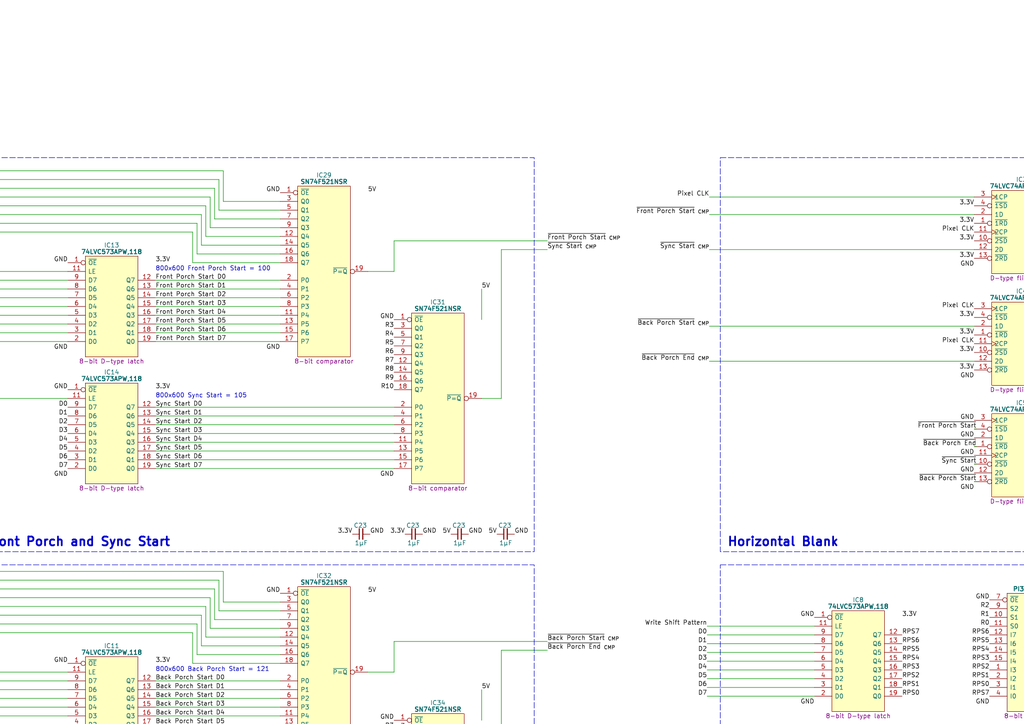
<source format=kicad_sch>
(kicad_sch (version 20230121) (generator eeschema)
  (paper "A4")
  (junction (at 523.24 193.675))
  (junction (at 30.48 336.55))
  (junction (at 494.665 306.07))
  (junction (at 552.45 208.915))
  (junction (at 556.26 201.295))
  (junction (at 524.51 191.135))
  (junction (at 512.445 248.92))
  (junction (at 554.99 203.835))
  (junction (at 513.715 246.38))
  (junction (at 521.97 196.215))
  (junction (at 520.7 198.755))
  (junction (at 523.875 306.07))
  (junction (at 553.72 206.375))
  (no_connect (at 520.065 311.15))
  (no_connect (at 139.7 313.69))
  (no_connect (at 511.81 377.825))
  (no_connect (at 515.62 104.14))
  (no_connect (at 307.975 72.39))
  (no_connect (at -74.93 236.855))
  (no_connect (at -74.93 234.315))
  (no_connect (at 307.975 94.615))
  (no_connect (at -74.93 241.935))
  (no_connect (at -102.235 226.695))
  (wire (pts (xy -10.16 96.52) (xy 19.685 96.52)))
  (wire (pts (xy 158.75 349.885) (xy 139.7 349.885)))
  (wire (pts (xy 557.53 179.705) (xy 556.26 179.705)))
  (wire (pts (xy 154.94 306.07) (xy 158.75 306.07)))
  (wire (pts (xy 589.28 137.16) (xy 515.62 137.16)))
  (wire (pts (xy 557.53 172.085) (xy 552.45 172.085)))
  (wire (pts (xy 114.3 130.81) (xy 45.085 130.81)))
  (wire (pts (xy 552.45 208.915) (xy 510.54 208.915)))
  (wire (pts (xy 589.28 206.375) (xy 553.72 206.375)))
  (wire (pts (xy 525.78 172.085) (xy 520.7 172.085)))
  (wire (pts (xy -10.16 67.31) (xy 55.88 67.31)))
  (wire (pts (xy -10.16 91.44) (xy 19.685 91.44)))
  (wire (pts (xy 513.715 246.38) (xy 589.28 246.38)))
  (wire (pts (xy -10.16 337.82) (xy 3.81 337.82)))
  (wire (pts (xy 205.74 57.15) (xy 282.575 57.15)))
  (wire (pts (xy 523.24 177.165) (xy 523.24 193.675)))
  (wire (pts (xy -10.16 83.82) (xy 19.685 83.82)))
  (wire (pts (xy 420.37 208.915) (xy 485.14 208.915)))
  (wire (pts (xy 420.37 193.675) (xy 485.14 193.675)))
  (wire (pts (xy 420.37 201.295) (xy 485.14 201.295)))
  (wire (pts (xy -10.16 335.28) (xy 3.81 335.28)))
  (wire (pts (xy 525.78 179.705) (xy 524.51 179.705)))
  (wire (pts (xy -10.16 165.735) (xy 64.77 165.735)))
  (wire (pts (xy 145.415 231.775) (xy 139.7 231.775)))
  (wire (pts (xy 479.425 306.07) (xy 479.425 311.15)))
  (wire (pts (xy -10.16 367.665) (xy 3.175 367.665)))
  (wire (pts (xy 81.28 96.52) (xy 45.085 96.52)))
  (wire (pts (xy 81.28 99.06) (xy 45.085 99.06)))
  (wire (pts (xy 55.88 67.31) (xy 55.88 76.2)))
  (wire (pts (xy 589.28 367.665) (xy 511.81 367.665)))
  (wire (pts (xy 520.065 306.07) (xy 523.875 306.07)))
  (wire (pts (xy 283.21 139.7) (xy 282.575 139.7)))
  (wire (pts (xy 114.3 135.89) (xy 45.085 135.89)))
  (wire (pts (xy 158.75 354.965) (xy 139.7 354.965)))
  (wire (pts (xy 589.28 201.295) (xy 556.26 201.295)))
  (wire (pts (xy 554.99 177.165) (xy 554.99 203.835)))
  (wire (pts (xy 420.37 247.65) (xy 465.455 247.65)))
  (wire (pts (xy 205.105 186.69) (xy 236.22 186.69)))
  (wire (pts (xy 59.69 59.69) (xy 59.69 68.58)))
  (wire (pts (xy 205.105 181.61) (xy 236.22 181.61)))
  (wire (pts (xy 525.78 174.625) (xy 521.97 174.625)))
  (wire (pts (xy 57.15 64.77) (xy 57.15 73.66)))
  (wire (pts (xy 374.015 62.23) (xy 307.975 62.23)))
  (wire (pts (xy 64.77 165.735) (xy 64.77 174.625)))
  (wire (pts (xy 55.88 76.2) (xy 81.28 76.2)))
  (wire (pts (xy -10.16 64.77) (xy 57.15 64.77)))
  (wire (pts (xy 158.75 360.045) (xy 139.7 360.045)))
  (wire (pts (xy 158.75 188.595) (xy 145.415 188.595)))
  (wire (pts (xy 30.48 336.55) (xy 30.48 346.71)))
  (wire (pts (xy 114.3 234.315) (xy 45.085 234.315)))
  (wire (pts (xy 205.105 199.39) (xy 236.22 199.39)))
  (wire (pts (xy 158.75 72.39) (xy 145.415 72.39)))
  (wire (pts (xy 81.28 210.185) (xy 45.085 210.185)))
  (wire (pts (xy 158.75 352.425) (xy 139.7 352.425)))
  (wire (pts (xy -10.16 197.485) (xy 19.685 197.485)))
  (wire (pts (xy -10.16 194.945) (xy 19.685 194.945)))
  (wire (pts (xy 524.51 179.705) (xy 524.51 191.135)))
  (wire (pts (xy 30.48 336.55) (xy 104.775 336.55)))
  (wire (pts (xy -10.16 86.36) (xy 19.685 86.36)))
  (wire (pts (xy 64.77 58.42) (xy 81.28 58.42)))
  (wire (pts (xy 552.45 172.085) (xy 552.45 208.915)))
  (wire (pts (xy 523.24 193.675) (xy 510.54 193.675)))
  (wire (pts (xy 81.28 93.98) (xy 45.085 93.98)))
  (wire (pts (xy -10.16 59.69) (xy 59.69 59.69)))
  (wire (pts (xy 145.415 115.57) (xy 139.7 115.57)))
  (wire (pts (xy 589.28 203.835) (xy 554.99 203.835)))
  (wire (pts (xy 283.21 134.62) (xy 282.575 134.62)))
  (wire (pts (xy 515.62 132.08) (xy 589.28 132.08)))
  (wire (pts (xy 60.96 57.15) (xy 60.96 66.04)))
  (wire (pts (xy 58.42 178.435) (xy 58.42 187.325)))
  (wire (pts (xy 145.415 72.39) (xy 145.415 115.57)))
  (wire (pts (xy 60.96 66.04) (xy 81.28 66.04)))
  (wire (pts (xy 523.875 306.07) (xy 528.955 306.07)))
  (wire (pts (xy 114.3 123.19) (xy 45.085 123.19)))
  (wire (pts (xy 139.7 208.915) (xy 139.7 200.025)))
  (wire (pts (xy -10.16 202.565) (xy 19.685 202.565)))
  (wire (pts (xy 525.78 177.165) (xy 523.24 177.165)))
  (wire (pts (xy 57.15 180.975) (xy 57.15 189.865)))
  (wire (pts (xy 63.5 52.07) (xy 63.5 60.96)))
  (wire (pts (xy 589.28 360.045) (xy 511.81 360.045)))
  (wire (pts (xy 420.37 191.135) (xy 485.14 191.135)))
  (wire (pts (xy -10.16 205.105) (xy 19.685 205.105)))
  (wire (pts (xy 589.28 257.81) (xy 552.45 257.81)))
  (wire (pts (xy 520.7 198.755) (xy 510.54 198.755)))
  (wire (pts (xy 420.37 365.125) (xy 486.41 365.125)))
  (wire (pts (xy 420.37 203.835) (xy 485.14 203.835)))
  (wire (pts (xy 81.28 212.725) (xy 45.085 212.725)))
  (wire (pts (xy 158.75 69.85) (xy 114.3 69.85)))
  (wire (pts (xy -10.16 178.435) (xy 58.42 178.435)))
  (wire (pts (xy 479.425 311.15) (xy 480.695 311.15)))
  (wire (pts (xy 589.28 375.285) (xy 511.81 375.285)))
  (wire (pts (xy 420.37 227.33) (xy 485.14 227.33)))
  (wire (pts (xy -10.16 200.025) (xy 19.685 200.025)))
  (wire (pts (xy 420.37 357.505) (xy 486.41 357.505)))
  (wire (pts (xy 494.665 306.07) (xy 494.665 308.61)))
  (wire (pts (xy 205.105 189.23) (xy 236.22 189.23)))
  (wire (pts (xy -10.16 295.91) (xy 20.32 295.91)))
  (wire (pts (xy 104.775 347.345) (xy 114.3 347.345)))
  (wire (pts (xy 589.28 365.125) (xy 511.81 365.125)))
  (wire (pts (xy 420.37 186.055) (xy 485.14 186.055)))
  (wire (pts (xy -10.16 115.57) (xy 19.685 115.57)))
  (wire (pts (xy -10.16 93.98) (xy 19.685 93.98)))
  (wire (pts (xy 114.3 128.27) (xy 45.085 128.27)))
  (wire (pts (xy 59.69 68.58) (xy 81.28 68.58)))
  (wire (pts (xy 62.23 170.815) (xy 62.23 179.705)))
  (wire (pts (xy -10.16 52.07) (xy 63.5 52.07)))
  (wire (pts (xy 589.28 147.32) (xy 515.62 147.32)))
  (wire (pts (xy 114.3 241.935) (xy 45.085 241.935)))
  (wire (pts (xy 154.94 303.53) (xy 158.75 303.53)))
  (wire (pts (xy -10.16 49.53) (xy 64.77 49.53)))
  (wire (pts (xy 154.94 311.15) (xy 158.75 311.15)))
  (wire (pts (xy 55.88 192.405) (xy 81.28 192.405)))
  (wire (pts (xy 556.26 201.295) (xy 510.54 201.295)))
  (wire (pts (xy 589.28 193.675) (xy 523.24 193.675)))
  (wire (pts (xy 374.015 127) (xy 307.975 127)))
  (wire (pts (xy 63.5 177.165) (xy 81.28 177.165)))
  (wire (pts (xy 513.715 257.81) (xy 527.05 257.81)))
  (wire (pts (xy 420.37 206.375) (xy 485.14 206.375)))
  (wire (pts (xy 62.23 54.61) (xy 62.23 63.5)))
  (wire (pts (xy 60.96 173.355) (xy 60.96 182.245)))
  (wire (pts (xy 589.28 362.585) (xy 511.81 362.585)))
  (wire (pts (xy 512.445 248.92) (xy 589.28 248.92)))
  (wire (pts (xy 205.74 62.23) (xy 282.575 62.23)))
  (wire (pts (xy 420.37 66.04) (xy 490.22 66.04)))
  (wire (pts (xy 63.5 60.96) (xy 81.28 60.96)))
  (wire (pts (xy 60.96 182.245) (xy 81.28 182.245)))
  (wire (pts (xy 283.21 129.54) (xy 282.575 129.54)))
  (wire (pts (xy 589.28 196.215) (xy 521.97 196.215)))
  (wire (pts (xy 64.77 49.53) (xy 64.77 58.42)))
  (wire (pts (xy 114.3 244.475) (xy 45.085 244.475)))
  (wire (pts (xy -10.16 175.895) (xy 59.69 175.895)))
  (wire (pts (xy 63.5 168.275) (xy 63.5 177.165)))
  (wire (pts (xy 158.75 367.665) (xy 139.7 367.665)))
  (wire (pts (xy 205.105 201.93) (xy 236.22 201.93)))
  (wire (pts (xy 515.62 142.24) (xy 589.28 142.24)))
  (wire (pts (xy 420.37 375.285) (xy 486.41 375.285)))
  (wire (pts (xy 158.75 186.055) (xy 114.3 186.055)))
  (wire (pts (xy 523.875 311.15) (xy 523.875 306.07)))
  (wire (pts (xy 420.37 367.665) (xy 486.41 367.665)))
  (wire (pts (xy 512.445 260.35) (xy 512.445 248.92)))
  (wire (pts (xy 589.28 109.22) (xy 515.62 109.22)))
  (wire (pts (xy 114.3 133.35) (xy 45.085 133.35)))
  (wire (pts (xy -10.16 99.06) (xy 19.685 99.06)))
  (wire (pts (xy 420.37 372.745) (xy 486.41 372.745)))
  (wire (pts (xy 114.3 194.945) (xy 106.68 194.945)))
  (wire (pts (xy 512.445 248.92) (xy 490.855 248.92)))
  (wire (pts (xy 510.54 227.33) (xy 589.28 227.33)))
  (wire (pts (xy 589.28 99.06) (xy 515.62 99.06)))
  (wire (pts (xy 81.28 207.645) (xy 45.085 207.645)))
  (wire (pts (xy 589.28 208.915) (xy 552.45 208.915)))
  (wire (pts (xy 513.715 257.81) (xy 513.715 246.38)))
  (wire (pts (xy 139.7 83.82) (xy 139.7 92.71)))
  (wire (pts (xy -10.16 207.645) (xy 19.685 207.645)))
  (wire (pts (xy 420.37 143.51) (xy 490.22 143.51)))
  (wire (pts (xy -10.16 168.275) (xy 63.5 168.275)))
  (wire (pts (xy 57.15 189.865) (xy 81.28 189.865)))
  (wire (pts (xy 312.42 186.69) (xy 334.645 186.69)))
  (wire (pts (xy 81.28 197.485) (xy 45.085 197.485)))
  (wire (pts (xy 420.37 196.215) (xy 485.14 196.215)))
  (wire (pts (xy -10.16 81.28) (xy 19.685 81.28)))
  (wire (pts (xy 374.015 104.775) (xy 307.975 104.775)))
  (wire (pts (xy 524.51 191.135) (xy 510.54 191.135)))
  (wire (pts (xy -10.16 215.265) (xy 19.685 215.265)))
  (wire (pts (xy -10.16 170.815) (xy 62.23 170.815)))
  (wire (pts (xy 589.28 229.87) (xy 510.54 229.87)))
  (wire (pts (xy -10.16 231.775) (xy 19.685 231.775)))
  (wire (pts (xy 512.445 260.35) (xy 527.05 260.35)))
  (wire (pts (xy 145.415 188.595) (xy 145.415 231.775)))
  (wire (pts (xy 420.37 100.33) (xy 490.22 100.33)))
  (wire (pts (xy 81.28 215.265) (xy 45.085 215.265)))
  (wire (pts (xy 554.99 203.835) (xy 510.54 203.835)))
  (wire (pts (xy 114.3 125.73) (xy 45.085 125.73)))
  (wire (pts (xy -10.16 293.37) (xy 20.32 293.37)))
  (wire (pts (xy 374.015 124.46) (xy 307.975 124.46)))
  (wire (pts (xy 205.105 191.77) (xy 236.22 191.77)))
  (wire (pts (xy 154.94 300.99) (xy 158.75 300.99)))
  (wire (pts (xy 114.3 186.055) (xy 114.3 194.945)))
  (wire (pts (xy 589.28 370.205) (xy 511.81 370.205)))
  (wire (pts (xy 92.71 313.69) (xy 114.3 313.69)))
  (wire (pts (xy 420.37 370.205) (xy 486.41 370.205)))
  (wire (pts (xy 589.28 260.35) (xy 552.45 260.35)))
  (wire (pts (xy 205.74 104.775) (xy 282.575 104.775)))
  (wire (pts (xy 81.28 86.36) (xy 45.085 86.36)))
  (wire (pts (xy 283.21 124.46) (xy 282.575 124.46)))
  (wire (pts (xy 513.715 246.38) (xy 490.855 246.38)))
  (wire (pts (xy 154.94 293.37) (xy 158.75 293.37)))
  (wire (pts (xy 114.3 239.395) (xy 45.085 239.395)))
  (wire (pts (xy 81.28 200.025) (xy 45.085 200.025)))
  (wire (pts (xy 374.015 137.16) (xy 307.975 137.16)))
  (wire (pts (xy 420.37 229.87) (xy 485.14 229.87)))
  (wire (pts (xy 114.3 120.65) (xy 45.085 120.65)))
  (wire (pts (xy 114.3 252.095) (xy 45.085 252.095)))
  (wire (pts (xy -10.16 183.515) (xy 55.88 183.515)))
  (wire (pts (xy 521.97 174.625) (xy 521.97 196.215)))
  (wire (pts (xy 154.94 295.91) (xy 158.75 295.91)))
  (wire (pts (xy -10.16 54.61) (xy 62.23 54.61)))
  (wire (pts (xy 45.72 313.69) (xy 67.31 313.69)))
  (wire (pts (xy 205.74 72.39) (xy 282.575 72.39)))
  (wire (pts (xy 420.37 68.58) (xy 490.22 68.58)))
  (wire (pts (xy 205.105 184.15) (xy 236.22 184.15)))
  (wire (pts (xy 553.72 174.625) (xy 553.72 206.375)))
  (wire (pts (xy 58.42 71.12) (xy 81.28 71.12)))
  (wire (pts (xy 420.37 198.755) (xy 485.14 198.755)))
  (wire (pts (xy -10.16 180.975) (xy 57.15 180.975)))
  (wire (pts (xy 521.97 196.215) (xy 510.54 196.215)))
  (wire (pts (xy 420.37 360.045) (xy 486.41 360.045)))
  (wire (pts (xy 114.3 78.74) (xy 106.68 78.74)))
  (wire (pts (xy 557.53 177.165) (xy 554.99 177.165)))
  (wire (pts (xy 114.3 236.855) (xy 45.085 236.855)))
  (wire (pts (xy 589.28 198.755) (xy 520.7 198.755)))
  (wire (pts (xy -10.16 78.74) (xy 19.685 78.74)))
  (wire (pts (xy 81.28 205.105) (xy 45.085 205.105)))
  (wire (pts (xy 374.015 134.62) (xy 307.975 134.62)))
  (wire (pts (xy 81.28 83.82) (xy 45.085 83.82)))
  (wire (pts (xy 81.28 88.9) (xy 45.085 88.9)))
  (wire (pts (xy 55.88 183.515) (xy 55.88 192.405)))
  (wire (pts (xy 557.53 174.625) (xy 553.72 174.625)))
  (wire (pts (xy 64.77 174.625) (xy 81.28 174.625)))
  (wire (pts (xy 62.23 63.5) (xy 81.28 63.5)))
  (wire (pts (xy 114.3 118.11) (xy 45.085 118.11)))
  (wire (pts (xy 158.75 362.585) (xy 139.7 362.585)))
  (wire (pts (xy 29.21 336.55) (xy 30.48 336.55)))
  (wire (pts (xy 420.37 71.12) (xy 490.22 71.12)))
  (wire (pts (xy -10.16 57.15) (xy 60.96 57.15)))
  (wire (pts (xy 420.37 188.595) (xy 485.14 188.595)))
  (wire (pts (xy 81.28 81.28) (xy 45.085 81.28)))
  (wire (pts (xy 589.28 114.3) (xy 515.62 114.3)))
  (wire (pts (xy 104.775 336.55) (xy 104.775 347.345)))
  (wire (pts (xy -10.16 88.9) (xy 19.685 88.9)))
  (wire (pts (xy 510.54 224.79) (xy 589.28 224.79)))
  (wire (pts (xy 360.045 187.96) (xy 374.015 187.96)))
  (wire (pts (xy -10.16 212.725) (xy 19.685 212.725)))
  (wire (pts (xy 59.69 175.895) (xy 59.69 184.785)))
  (wire (pts (xy 114.3 247.015) (xy 45.085 247.015)))
  (wire (pts (xy 62.23 179.705) (xy 81.28 179.705)))
  (wire (pts (xy 520.7 172.085) (xy 520.7 198.755)))
  (wire (pts (xy 420.37 55.88) (xy 490.22 55.88)))
  (wire (pts (xy 479.425 306.07) (xy 494.665 306.07)))
  (wire (pts (xy 81.28 91.44) (xy 45.085 91.44)))
  (wire (pts (xy 205.74 94.615) (xy 282.575 94.615)))
  (wire (pts (xy 59.69 184.785) (xy 81.28 184.785)))
  (wire (pts (xy 30.48 346.71) (xy 67.31 346.71)))
  (wire (pts (xy 154.94 298.45) (xy 158.75 298.45)))
  (wire (pts (xy 154.94 308.61) (xy 158.75 308.61)))
  (wire (pts (xy -10.16 62.23) (xy 58.42 62.23)))
  (wire (pts (xy 556.26 179.705) (xy 556.26 201.295)))
  (wire (pts (xy 205.105 196.85) (xy 236.22 196.85)))
  (wire (pts (xy -10.16 298.45) (xy 20.32 298.45)))
  (wire (pts (xy 589.28 372.745) (xy 511.81 372.745)))
  (wire (pts (xy 420.37 224.79) (xy 485.14 224.79)))
  (wire (pts (xy 158.75 365.125) (xy 139.7 365.125)))
  (wire (pts (xy -10.16 210.185) (xy 19.685 210.185)))
  (wire (pts (xy 158.75 357.505) (xy 139.7 357.505)))
  (wire (pts (xy 553.72 206.375) (xy 510.54 206.375)))
  (wire (pts (xy 58.42 62.23) (xy 58.42 71.12)))
  (wire (pts (xy 114.3 249.555) (xy 45.085 249.555)))
  (wire (pts (xy 589.28 191.135) (xy 524.51 191.135)))
  (wire (pts (xy 420.37 362.585) (xy 486.41 362.585)))
  (wire (pts (xy 114.3 69.85) (xy 114.3 78.74)))
  (wire (pts (xy 58.42 187.325) (xy 81.28 187.325)))
  (wire (pts (xy 205.105 194.31) (xy 236.22 194.31)))
  (wire (pts (xy -10.16 173.355) (xy 60.96 173.355)))
  (wire (pts (xy 57.15 73.66) (xy 81.28 73.66)))
  (wire (pts (xy -10.16 370.205) (xy 3.175 370.205)))
  (wire (pts (xy 81.28 202.565) (xy 45.085 202.565)))
  (rectangle (start -6.35 281.94) (end 154.94 396.24) (stroke (width 0) (type dash)))
  (rectangle (start 424.18 341.63) (end 585.47 396.875) (stroke (width 0) (type dash)))
  (rectangle (start -6.35 163.83) (end 154.94 278.13) (stroke (width 0) (type dash)))
  (rectangle (start 424.18 281.94) (end 585.47 337.185) (stroke (width 0) (type dash)))
  (rectangle (start 424.18 45.72) (end 585.47 160.02) (stroke (width 0) (type dash)))
  (rectangle (start 424.18 163.83) (end 585.47 278.13) (stroke (width 0) (type dash)))
  (rectangle (start -6.35 45.72) (end 154.94 160.02) (stroke (width 0) (type dash)))
  (rectangle (start 208.915 45.72) (end 370.205 160.02) (stroke (width 0) (type dash)))
  (rectangle (start 208.915 163.83) (end 370.205 219.075) (stroke (width 0) (type dash)))
  (text "Power and Spares" (at 426.72 334.01 0) (effects (font (size 2.54 2.54) (thickness 0.508) bold) (justify left bottom)))
  (text "Device Select" (at 426.085 158.75 0) (effects (font (size 2.54 2.54) (thickness 0.508) bold) (justify left bottom)))
  (text "Row Position" (at -3.81 393.065 0) (effects (font (size 2.54 2.54) (thickness 0.508) bold) (justify left bottom)))
  (text "Output Signals" (at 426.72 393.7 0) (effects (font (size 2.54 2.54) (thickness 0.508) bold) (justify left bottom)))
  (text "Advance Pixel" (at 210.82 217.805 0) (effects (font (size 2.54 2.54) (thickness 0.508) bold) (justify left bottom)))
  (text "800x600 Back Porch End = 132" (at 45.085 231.775 0) (effects (font (size 1.27 1.27)) (justify left bottom)))
  (text "800x600 Front Porch Start = 100" (at 45.085 78.74 0) (effects (font (size 1.27 1.27)) (justify left bottom)))
  (text "800x600 Sync Start = 105" (at 45.085 115.57 0) (effects (font (size 1.27 1.27)) (justify left bottom)))
  (text "Horizontal Blank" (at 210.82 158.75 0) (effects (font (size 2.54 2.54) (thickness 0.508) bold) (justify left bottom)))
  (text "Input Signals" (at 427.355 274.32 0) (effects (font (size 2.54 2.54) (thickness 0.508) bold) (justify left bottom)))
  (text "800x600 Back Porch Start = 121" (at 45.085 194.945 0) (effects (font (size 1.27 1.27)) (justify left bottom)))
  (text "Front Porch and Sync Start" (at -4.445 158.75 0) (effects (font (size 2.54 2.54) (thickness 0.508) bold) (justify left bottom)))
  (text "Back Porch and End" (at -4.445 276.86 0) (effects (font (size 2.54 2.54) (thickness 0.508) bold) (justify left bottom)))
  (label "5V" (at -74.93 244.475 0))
  (label "R6" (at -10.16 173.355 180))
  (label "GND" (at 287.02 173.99 180))
  (label "D6" (at 589.28 193.675 0))
  (label "3.3V" (at 282.575 97.155 180))
  (label "3.3V" (at 139.7 344.805 0))
  (label "~{Front Porch Start} _{CMP}" (at 158.75 69.85 0))
  (label "Device ~{CS}" (at 420.37 186.055 180))
  (label "R6" (at 92.71 306.07 0))
  (label "3.3V" (at 542.29 154.94 180))
  (label "First Pixel" (at 374.015 104.775 0))
  (label "D5_{IN{slash}OUT}" (at -102.235 236.855 180))
  (label "GND" (at 114.3 254.635 180))
  (label "R10" (at 139.7 306.07 0))
  (label "5V" (at 106.68 172.085 0))
  (label "5V" (at 479.425 306.07 180))
  (label "R10" (at 158.75 311.15 0))
  (label "D6_{IN{slash}OUT}" (at 420.37 193.675 180))
  (label "GND" (at 56.515 391.16 0))
  (label "GND" (at 20.32 316.23 180))
  (label "R3" (at 114.3 95.25 180))
  (label "3.3V" (at 117.475 154.94 180))
  (label "D6" (at -10.16 212.725 180))
  (label "~{Horizontal Blank}" (at 334.645 189.23 180))
  (label "R10" (at 114.3 113.03 180))
  (label "~{Reset}" (at 114.3 293.37 180))
  (label "D2" (at 158.75 362.585 0))
  (label "Back Porch Start D1" (at 45.085 200.025 0))
  (label "GND" (at 485.14 211.455 180))
  (label "R8" (at 114.3 367.665 180))
  (label "3.3V" (at 307.975 89.535 0))
  (label "D3_{IN{slash}OUT}" (at -102.235 241.935 180))
  (label "Front Porch Start D3" (at 45.085 88.9 0))
  (label "D5" (at 158.75 354.965 0))
  (label "GND" (at -74.93 231.775 0))
  (label "D1" (at 589.28 206.375 0))
  (label "D5" (at 19.685 247.015 180))
  (label "~{RD}_{IN}" (at 420.37 227.33 180))
  (label "First Pixel" (at 420.37 375.285 180))
  (label "3.3V" (at 343.535 212.725 180))
  (label "R10" (at -10.16 67.31 180))
  (label "5V" (at 139.7 83.82 0))
  (label "GND" (at 81.28 101.6 180))
  (label "D7" (at 92.71 349.25 0))
  (label "RPS6" (at 261.62 186.69 0))
  (label "~{Read Row Position Low}" (at -102.235 221.615 180))
  (label "3.3V" (at 358.775 212.725 180))
  (label "TC_{0123}" (at 46.355 313.69 0))
  (label "GND" (at 122.555 154.94 0))
  (label "Front Porch Start D0" (at 45.085 81.28 0))
  (label "D3" (at 19.685 241.935 180))
  (label "3.3V" (at 344.805 154.94 180))
  (label "GND" (at 282.575 132.08 180))
  (label "GND" (at 490.22 76.2 180))
  (label "3.3V" (at 544.83 273.05 180))
  (label "~{Pixel CLK} _{OUT}" (at 589.28 260.35 0))
  (label "Back Porch Start D6" (at 45.085 212.725 0))
  (label "RPS7" (at 261.62 184.15 0))
  (label "3.3V" (at 28.575 365.125 0))
  (label "Write Sync Start" (at 589.28 114.3 0))
  (label "Advance Pixel _{OUT}" (at -75.565 201.295 0))
  (label "R5" (at 114.3 216.535 180))
  (label "5V" (at 106.68 55.88 0))
  (label "D5" (at 205.105 196.85 180))
  (label "GND" (at 527.05 262.89 180))
  (label "Horizontal Blank" (at 374.015 124.46 0))
  (label "R7" (at 114.3 105.41 180))
  (label "~{Pixel CLK} _{OUT}" (at -74.93 249.555 0))
  (label "GND" (at 81.28 217.805 180))
  (label "D7" (at 19.685 135.89 180))
  (label "GND" (at 81.28 55.88 180))
  (label "D0" (at 158.75 367.665 0))
  (label "D4_{IN{slash}OUT}" (at 420.37 198.755 180))
  (label "Pixel CLK" (at 205.74 57.15 180))
  (label "Clock Read Row Position" (at 29.21 336.55 0))
  (label "D4" (at 19.685 128.27 180))
  (label "~{RRPH}" (at 28.575 367.665 0))
  (label "GND" (at 20.32 308.61 180))
  (label "~{Sync Start} _{CMP}" (at 205.74 72.39 180))
  (label "GND" (at 67.31 316.23 180))
  (label "GND" (at 547.37 154.94 0))
  (label "GND" (at 364.49 154.94 0))
  (label "Back Porch End D6" (at 45.085 249.555 0))
  (label "D7_{IN{slash}OUT}" (at 420.37 191.135 180))
  (label "GND" (at 282.575 109.855 180))
  (label "GND" (at -102.235 208.915 180))
  (label "3.3V" (at 139.7 293.37 0))
  (label "3.3V" (at 552.45 255.27 0))
  (label "R7" (at 114.3 221.615 180))
  (label "R3" (at 67.31 359.41 180))
  (label "Read Row Position Low" (at -10.16 337.82 180))
  (label "~{WD}" (at 420.37 100.33 180))
  (label "GND" (at 490.22 151.13 180))
  (label "3.3V" (at 528.955 273.05 180))
  (label "GND" (at 19.685 229.235 180))
  (label "R3" (at -10.16 165.735 180))
  (label "D6" (at 19.685 249.555 180))
  (label "~{Horizontal Blank}" (at -10.16 295.91 180))
  (label "Advance Pixel" (at 420.37 365.125 180))
  (label "3.3V" (at 282.575 102.235 180))
  (label "GND" (at 67.31 303.53 180))
  (label "A2" (at 420.37 66.04 180))
  (label "~{Back Porch End} _{CMP}" (at 205.74 104.775 180))
  (label "5V" (at 574.04 273.05 180))
  (label "First Pixel _{OUT}" (at 589.28 375.285 0))
  (label "Write Sync Start ~{CS}" (at 490.22 113.03 180))
  (label "D0" (at 19.685 234.315 180))
  (label "A2" (at -102.235 198.755 180))
  (label "D4" (at 589.28 198.755 0))
  (label "D3" (at -10.16 205.105 180))
  (label "Write Back Porch End" (at 589.28 137.16 0))
  (label "D7" (at 589.28 191.135 0))
  (label "~{Back Porch End}" (at 307.975 102.235 0))
  (label "~{Back Porch End}" (at 283.21 129.54 180))
  (label "R1" (at 67.31 364.49 180))
  (label "3.3V" (at 282.575 74.93 180))
  (label "3.3V" (at 528.955 306.07 0))
  (label "~{Horizontal Sync} _{OUT}" (at -75.565 196.215 0))
  (label "RPS5" (at 287.02 186.69 180))
  (label "D0" (at 92.71 367.03 0))
  (label "RPS2" (at 287.02 194.31 180))
  (label "Pixel CLK" (at 589.28 248.92 0))
  (label "~{Horizontal Blank}" (at 114.3 295.91 180))
  (label "First Pixel _{OUT}" (at -75.565 191.135 0))
  (label "D6" (at 158.75 352.425 0))
  (label "Device ~{CS}" (at -102.235 201.295 180))
  (label "GND" (at 282.575 77.47 180))
  (label "R5" (at -10.16 170.815 180))
  (label "D6" (at 205.105 199.39 180))
  (label "R8" (at 158.75 306.07 0))
  (label "GND" (at 486.41 380.365 180))
  (label "GND" (at 490.22 105.41 180))
  (label "Front Porch Start D4" (at 45.085 91.44 0))
  (label "3.3V" (at 558.8 273.05 180))
  (label "3.3V" (at 98.425 391.16 180))
  (label "Read Row Position Low" (at -10.16 370.205 180))
  (label "3.3V" (at 546.1 179.705 0))
  (label "~{Back Porch Start}" (at 283.21 139.7 180))
  (label "5V" (at -102.235 196.215 180))
  (label "~{WD}" (at 490.22 138.43 180))
  (label "R9" (at 139.7 303.53 0))
  (label "~{Read Row Position Low}" (at 67.31 344.17 180))
  (label "Sync Start D3" (at 45.085 125.73 0))
  (label "3.3V" (at 114.3 311.15 180))
  (label "D0" (at -10.16 197.485 180))
  (label "R2" (at 287.02 176.53 180))
  (label "~{Reset}" (at 589.28 229.87 0))
  (label "D7" (at 19.685 252.095 180))
  (label "D1_{IN{slash}OUT}" (at 420.37 206.375 180))
  (label "3.3V" (at 546.1 177.165 0))
  (label "Write Back Porch End ~{CS}" (at 490.22 135.89 180))
  (label "Horizontal Sync _{OUT}" (at 589.28 367.665 0))
  (label "D6_{IN{slash}OUT}" (at -102.235 234.315 180))
  (label "GND" (at 563.245 154.94 0))
  (label "3.3V" (at 20.32 300.99 180))
  (label "D7" (at -10.16 99.06 180))
  (label "D0" (at 19.685 118.11 180))
  (label "R6" (at 158.75 300.99 0))
  (label "D3" (at 92.71 359.41 0))
  (label "~{WD}" (at 490.22 133.35 180))
  (label "RPS0" (at 287.02 199.39 180))
  (label "Write Front Porch Start ~{CS}" (at 490.22 107.95 180))
  (label "D3" (at 205.105 191.77 180))
  (label "D2" (at 19.685 123.19 180))
  (label "5V" (at 139.7 200.025 0))
  (label "R4" (at -10.16 52.07 180))
  (label "R5" (at 158.75 298.45 0))
  (label "R6" (at -10.16 57.15 180))
  (label "Back Porch Start D7" (at 45.085 215.265 0))
  (label "3.3V" (at 307.975 57.15 0))
  (label "R6" (at 114.3 102.87 180))
  (label "5V" (at 130.81 154.94 180))
  (label "GND" (at 490.22 58.42 180))
  (label "D4" (at -10.16 207.645 180))
  (label "R7" (at -10.16 59.69 180))
  (label "3.3V" (at 113.665 391.16 180))
  (label "D2" (at 19.685 239.395 180))
  (label "3.3V" (at 282.575 59.69 180))
  (label "~{WD}_{IN}" (at 420.37 224.79 180))
  (label "D1" (at 19.685 120.65 180))
  (label "R7" (at 67.31 349.25 180))
  (label "Back Porch Start D4" (at 45.085 207.645 0))
  (label "D2" (at 92.71 361.95 0))
  (label "~{RRPH}" (at 114.3 344.805 180))
  (label "Pixel CLK _{OUT}" (at -74.93 247.015 0))
  (label "GND" (at 236.22 179.07 180))
  (label "R4" (at 92.71 300.99 0))
  (label "3.3V" (at 20.32 313.69 180))
  (label "R5" (at -10.16 54.61 180))
  (label "Back Porch End D4" (at 45.085 244.475 0))
  (label "Write Back Porch End ~{CS}" (at 515.62 71.12 0))
  (label "RPS1" (at 287.02 196.85 180))
  (label "3.3V" (at 51.435 391.16 180))
  (label "R0" (at 67.31 367.03 180))
  (label "3.3V" (at 67.31 311.15 180))
  (label "3.3V" (at 128.905 391.16 180))
  (label "GND" (at 494.665 311.15 180))
  (label "3.3V" (at 511.81 354.965 0))
  (label "R2" (at 45.72 306.07 0))
  (label "Read Row Position High ~{CS}" (at 490.22 146.05 180))
  (label "Read Row Position Low" (at 589.28 142.24 0))
  (label "Front Porch Start D6" (at 45.085 96.52 0))
  (label "GND" (at 282.575 127 180))
  (label "Back Porch Start D5" (at 45.085 210.185 0))
  (label "D1" (at -10.16 83.82 180))
  (label "D0_{IN{slash}OUT}" (at -102.235 249.555 180))
  (label "R11" (at 139.7 308.61 0))
  (label "3.3V" (at 546.1 172.085 0))
  (label "Sync Start D6" (at 45.085 133.35 0))
  (label "GND" (at 20.32 303.53 180))
  (label "GND" (at 19.685 138.43 180))
  (label "GND" (at 579.755 391.795 0))
  (label "~{WD}" (at 490.22 110.49 180))
  (label "Pixel CLK" (at 282.575 67.31 180))
  (label "Read Row Position High" (at 589.28 147.32 0))
  (label "Horizontal Blank" (at 420.37 360.045 180))
  (label "GND" (at 486.41 354.965 180))
  (label "~{RD}_{IN}" (at -102.235 206.375 180))
  (label "GND" (at 114.3 303.53 180))
  (label "Pixel CLK" (at 67.31 298.45 180))
  (label "Pixel CLK" (at -10.16 298.45 180))
  (label "D1" (at -10.16 200.025 180))
  (label "D7" (at -10.16 215.265 180))
  (label "GND" (at 563.88 273.05 0))
  (label "R0" (at 45.72 300.99 0))
  (label "GND" (at 114.3 352.425 180))
  (label "A1" (at -102.235 193.675 180))
  (label "~{Sync Start} _{CMP}" (at 158.75 72.39 0))
  (label "Read Row Position Low ~{CS}" (at 490.22 140.97 180))
  (label "RPS5" (at 261.62 189.23 0))
  (label "~{Horizontal Blank}" (at 374.015 127 0))
  (label "GND" (at 19.685 254.635 180))
  (label "Horizontal Blank _{OUT}" (at 589.28 360.045 0))
  (label "5V" (at 130.81 273.05 180))
  (label "D1" (at 158.75 365.125 0))
  (label "~{Horizontal Sync} _{OUT}" (at 589.28 370.205 0))
  (label "Last Pixel + 1 _{OUT}" (at 589.28 372.745 0))
  (label "~{Back Porch Start}" (at 307.975 92.075 0))
  (label "Read Row Position High" (at -10.16 367.665 180))
  (label "D1_{IN{slash}OUT}" (at -102.235 247.015 180))
  (label "Write Front Porch Start ~{CS}" (at 515.62 63.5 0))
  (label "D4_{IN{slash}OUT}" (at -102.235 239.395 180))
  (label "R11" (at 114.3 360.045 180))
  (label "GND" (at 19.685 217.805 180))
  (label "D6" (at -10.16 96.52 180))
  (label "GND" (at 149.225 391.16 0))
  (label "D2" (at 205.105 189.23 180))
  (label "Last Pixel + 1" (at 420.37 372.745 180))
  (label "Pixel CLK _{OUT}" (at 589.28 257.81 0))
  (label "RPS4" (at 261.62 191.77 0))
  (label "GND" (at 67.31 308.61 180))
  (label "Sync Start D5" (at 45.085 130.81 0))
  (label "GND" (at 19.685 76.2 180))
  (label "R1" (at 287.02 179.07 180))
  (label "3.3V" (at 45.085 192.405 0))
  (label "Front Porch Start D1" (at 45.085 83.82 0))
  (label "R5" (at 114.3 100.33 180))
  (label "R4" (at -10.16 168.275 180))
  (label "D5" (at -10.16 93.98 180))
  (label "Horizontal Sync" (at 420.37 367.665 180))
  (label "~{Horizontal Sync}" (at 420.37 370.205 180))
  (label "Write Shift Pattern ~{CS}" (at 515.62 58.42 0))
  (label "Back Porch End D5" (at 45.085 247.015 0))
  (label "GND" (at 103.505 391.16 0))
  (label "GND" (at 549.91 273.05 0))
  (label "3.3V" (at 515.62 55.88 0))
  (label "Sync Start D1" (at 45.085 120.65 0))
  (label "3.3V" (at 558.165 154.94 180))
  (label "~{Back Porch Start} _{CMP}" (at 158.75 186.055 0))
  (label "Write Back Porch Start ~{CS}" (at 490.22 130.81 180))
  (label "Sync Start D4" (at 45.085 128.27 0))
  (label "GND" (at 133.985 391.16 0))
  (label "GND" (at 135.89 273.05 0))
  (label "3.3V" (at 83.185 391.16 180))
  (label "RPS2" (at 261.62 196.85 0))
  (label "~{WD}" (at 490.22 115.57 180))
  (label "3.3V" (at 45.72 293.37 0))
  (label "Write Front Porch Start" (at -10.16 78.74 180))
  (label "R8" (at -10.16 178.435 180))
  (label "GND" (at 114.3 92.71 180))
  (label "TC_{4567}" (at 93.345 313.69 0))
  (label "R8" (at 114.3 107.95 180))
  (label "GND" (at 19.685 101.6 180))
  (label "D5" (at 589.28 196.215 0))
  (label "~{Reset _{IN}}" (at -102.235 224.155 180))
  (label "3.3V" (at 102.235 154.94 180))
  (label "~{Reset _{IN}}" (at 420.37 229.87 180))
  (label "R7" (at 158.75 303.53 0))
  (label "Write Shift Pattern" (at 205.105 181.61 180))
  (label "A1" (at 420.37 68.58 180))
  (label "Horizontal Sync" (at 374.015 134.62 0))
  (label "GND" (at 19.685 113.03 180))
  (label "~{Front Porch Start} _{CMP}" (at 205.74 62.23 180))
  (label "R9" (at 114.3 226.695 180))
  (label "Sync Start D0" (at 45.085 118.11 0))
  (label "3.3V" (at 510.54 222.25 0))
  (label "GND" (at 114.3 357.505 180))
  (label "~{Pixel CLK}" (at -10.16 335.28 180))
  (label "GND" (at 149.225 154.94 0))
  (label "Front Porch Start D2" (at 45.085 86.36 0))
  (label "D1" (at 205.105 186.69 180))
  (label "D7_{IN{slash}OUT}" (at -102.235 229.235 180))
  (label "GND" (at 122.555 273.05 0))
  (label "GND" (at 282.575 142.24 180))
  (label "GND" (at 282.575 137.16 180))
  (label "R4" (at 158.75 295.91 0))
  (label "D3" (at 589.28 201.295 0))
  (label "~{Horizontal Blank} _{OUT}" (at 589.28 362.585 0))
  (label "3.3V" (at 20.32 311.15 180))
  (label "R7" (at -10.16 175.895 180))
  (label "~{RD}" (at 490.22 148.59 180))
  (label "GND" (at 114.3 308.61 180))
  (label "D4" (at 19.685 244.475 180))
  (label "R9" (at 114.3 110.49 180))
  (label "D4" (at -10.16 91.44 180))
  (label "Pixel CLK _{IN}" (at 420.37 247.65 180))
  (label "RPS3" (at 287.02 191.77 180))
  (label "GND" (at 114.3 354.965 180))
  (label "GND" (at 67.31 300.99 180))
  (label "GND" (at 107.315 273.05 0))
  (label "GND" (at 81.28 172.085 180))
  (label "R8" (at -10.16 62.23 180))
  (label "Back Porch End D7" (at 45.085 252.095 0))
  (label "GND" (at 236.22 204.47 180))
  (label "GND" (at -75.565 208.915 0))
  (label "R8" (at 114.3 224.155 180))
  (label "GND" (at 349.885 154.94 0))
  (label "R3" (at 114.3 211.455 180))
  (label "R2" (at 67.31 361.95 180))
  (label "Write Sync Start" (at -10.16 115.57 180))
  (label "Read Row Position Low ~{CS}" (at 515.62 73.66 0))
  (label "Write Back Porch End" (at -10.16 231.775 180))
  (label "~{Y1}" (at 515.62 60.96 0))
  (label "3.3V" (at 307.975 121.92 0))
  (label "GND" (at 114.3 306.07 180))
  (label "R3" (at -10.16 49.53 180))
  (label "GND" (at -102.235 231.775 180))
  (label "3.3V" (at 359.41 154.94 180))
  (label "D6" (at 92.71 351.79 0))
  (label "3.3V" (at 490.855 243.84 0))
  (label "~{Pixel CLK}" (at 589.28 246.38 0))
  (label "GND" (at 114.3 138.43 180))
  (label "Write Shift Pattern ~{CS}" (at 490.22 97.79 180))
  (label "5V" (at 144.145 273.05 180))
  (label "3.3V" (at 92.71 293.37 0))
  (label "Write Shift Pattern" (at 589.28 99.06 0))
  (label "R10" (at 114.3 362.585 180))
  (label "~{WD}" (at 589.28 224.79 0))
  (label "R9" (at -10.16 180.975 180))
  (label "Write Back Porch Start" (at -10.16 194.945 180))
  (label "RPS7" (at 287.02 201.93 180))
  (label "D0" (at -10.16 81.28 180))
  (label "GND" (at 485.775 311.15 0))
  (label "D4" (at 158.75 357.505 0))
  (label "R5" (at 92.71 303.53 0))
  (label "R6" (at 114.3 219.075 180))
  (label "GND" (at 3.81 340.36 180))
  (label "~{RD}" (at 420.37 188.595 180))
  (label "3.3V" (at 45.085 229.235 0))
  (label "3.3V" (at 102.235 273.05 180))
  (label "Read Row Position High ~{CS}" (at 515.62 76.2 0))
  (label "~{Sync Start}" (at 283.21 134.62 180))
  (label "3.3V" (at 282.575 69.85 180))
  (label "GND" (at 20.32 306.07 180))
  (label "GND" (at 135.89 154.94 0))
  (label "R9" (at -10.16 64.77 180))
  (label "3.3V" (at 144.145 391.16 180))
  (label "3.3V" (at 67.31 391.16 180))
  (label "GND" (at 348.615 212.725 0))
  (label "~{Reset}" (at -10.16 293.37 180))
  (label "A0" (at 420.37 71.12 180))
  (label "~{RD}" (at 589.28 227.33 0))
  (label "D1" (at 19.685 236.855 180))
  (label "D2" (at -10.16 86.36 180))
  (label "~{Front Porch Start}" (at 283.21 124.46 180))
  (label "3.3V" (at 360.045 185.42 0))
  (label "~{WD}_{IN}" (at -102.235 203.835 180))
  (label "R3" (at 45.72 308.61 0))
  (label "Write Sync Start ~{CS}" (at 515.62 66.04 0))
  (label "~{Back Porch Start} _{CMP}" (at 205.74 94.615 180))
  (label "~{Horizontal Blank} _{OUT}" (at -75.565 203.835 0))
  (label "RPS3" (at 261.62 194.31 0))
  (label "3.3V" (at 577.85 179.705 0))
  (label "GND" (at 528.955 311.15 0))
  (label "D3_{IN{slash}OUT}" (at 420.37 201.295 180))
  (label "D2" (at 589.28 203.835 0))
  (label "3.3V" (at 29.21 334.01 0))
  (label "D4" (at 205.105 194.31 180))
  (label "3.3V" (at 45.085 76.2 0))
  (label "Advance Pixel" (at 374.015 187.96 0))
  (label "Back Porch End D1" (at 45.085 236.855 0))
  (label "GND" (at 72.39 391.16 0))
  (label "~{Sync Start}" (at 307.975 69.85 0))
  (label "D2_{IN{slash}OUT}" (at 420.37 203.835 180))
  (label "Horizontal Sync _{OUT}" (at -75.565 198.755 0))
  (label "Pixel CLK" (at 282.575 99.695 180))
  (label "GND" (at 107.315 154.94 0))
  (label "R1" (at 45.72 303.53 0))
  (label "R10" (at -10.16 183.515 180))
  (label "GND" (at 118.745 391.16 0))
  (label "R0" (at 287.02 181.61 180))
  (label "3.3V" (at 577.85 177.165 0))
  (label "GND" (at 465.455 251.46 180))
  (label "Device ~{CS}" (at 420.37 55.88 180))
  (label "R10" (at 114.3 229.235 180))
  (label "Front Porch Start D7" (at 45.085 99.06 0))
  (label "Back Porch Start D3" (at 45.085 205.105 0))
  (label "Back Porch End D3" (at 45.085 241.935 0))
  (label "Pixel CLK" (at 114.3 298.45 180))
  (label "GND" (at 363.855 212.725 0))
  (label "GND" (at 534.035 273.05 0))
  (label "GND" (at 486.41 377.825 180))
  (label "3.3V" (at 282.575 107.315 180))
  (label "D0_{IN{slash}OUT}" (at 420.37 208.915 180))
  (label "GND" (at 114.3 370.205 180))
  (label "3.3V" (at 574.04 154.94 180))
  (label "~{Horizontal Blank}" (at 67.31 295.91 180))
  (label "A0" (at -102.235 191.135 180))
  (label "R6" (at 67.31 351.79 180))
  (label "D2_{IN{slash}OUT}" (at -102.235 244.475 180))
  (label "Sync Start D2" (at 45.085 123.19 0))
  (label "3.3V" (at 92.71 344.17 0))
  (label "Back Porch End D2" (at 45.085 239.395 0))
  (label "R9" (at 158.75 308.61 0))
  (label "3.3V" (at 515.62 129.54 0))
  (label "~{Horizontal Sync}" (at 374.015 137.16 0))
  (label "D3" (at 19.685 125.73 180))
  (label "3.3V" (at 330.2 154.94 180))
  (label "3.3V" (at 574.675 391.795 180))
  (label "GND" (at 485.14 232.41 180))
  (label "D0" (at 205.105 184.15 180))
  (label "RPS6" (at 287.02 184.15 180))
  (label "~{Horizontal Blank}" (at 420.37 362.585 180))
  (label "Sync Start D7" (at 45.085 135.89 0))
  (label "~{Read Row Position Low}" (at 28.575 370.205 0))
  (label "D7" (at 158.75 349.885 0))
  (label "GND" (at 114.3 208.915 180))
  (label "Select Advance Pixel" (at 312.42 186.69 0))
  (label "Back Porch Start D0" (at 45.085 197.485 0))
  (label "3.3V" (at 117.475 273.05 180))
  (label "D7" (at 205.105 201.93 180))
  (label "R5" (at 67.31 354.33 180))
  (label "3.3V" (at 261.62 179.07 0))
  (label "GND" (at 67.31 306.07 180))
  (label "GND" (at 114.3 300.99 180))
  (label "GND" (at 287.02 204.47 180))
  (label "RPS0" (at 261.62 201.93 0))
  (label "Last Pixel + 1 _{OUT}" (at -75.565 193.675 0))
  (label "RPS1" (at 261.62 199.39 0))
  (label "D6" (at 19.685 133.35 180))
  (label "D2" (at -10.16 202.565 180))
  (label "3.3V" (at 577.85 172.085 0))
  (label "~{Y1}" (at 490.22 102.87 180))
  (label "GND" (at 579.12 273.05 0))
  (label "D3" (at 158.75 360.045 0))
  (label "D5" (at 19.685 130.81 180))
  (label "D4" (at 92.71 356.87 0))
  (label "Write Back Porch Start ~{CS}" (at 515.62 68.58 0))
  (label "3.3V" (at 546.1 174.625 0))
  (label "D5_{IN{slash}OUT}" (at 420.37 196.215 180))
  (label "GND" (at 282.575 121.92 180))
  (label "Front Porch Start D5" (at 45.085 93.98 0))
  (label "Advance Pixel _{OUT}" (at 589.28 365.125 0))
  (label "D1" (at 92.71 364.49 0))
  (label "GND" (at 114.3 349.885 180))
  (label "3.3V" (at 490.22 60.96 180))
  (label "GND" (at 579.12 154.94 0))
  (label "GND" (at 335.28 154.94 0))
  (label "5V" (at 144.145 154.94 180))
  (label "GND" (at 19.685 192.405 180))
  (label "R3" (at 158.75 293.37 0))
  (label "R7" (at 92.71 308.61 0))
  (label "Horizontal Blank _{OUT}" (at -75.565 206.375 0))
  (label "5V" (at 510.54 186.055 0))
  (label "3.3V" (at 282.575 92.075 180))
  (label "Pixel CLK _{IN}" (at -74.93 239.395 0))
  (label "~{Reset}" (at 67.31 293.37 180))
  (label "D5" (at 92.71 354.33 0))
  (label "Last Pixel + 1" (at 374.015 62.23 0))
  (label "R4" (at 114.3 213.995 180))
  (label "D5" (at -10.16 210.185 180))
  (label "Pixel CLK" (at 282.575 89.535 180))
  (label "GND" (at 3.175 372.745 180))
  (label "D3" (at -10.16 88.9 180))
  (label "3.3V" (at 577.85 174.625 0))
  (label "R4" (at 114.3 97.79 180))
  (label "R4" (at 67.31 356.87 180))
  (label "~{Pixel CLK}" (at 420.37 357.505 180))
  (label "Write Front Porch Start" (at 589.28 109.22 0))
  (label "~{RD}" (at 420.37 143.51 180))
  (label "~{Front Porch Start}" (at 307.975 59.69 0))
  (label "GND" (at 67.31 369.57 180))
  (label "3.3V" (at 515.62 96.52 0))
  (label "RPS4" (at 287.02 189.23 180))
  (label "3.3V" (at 282.575 64.77 180))
  (label "GND" (at 114.3 316.23 180))
  (label "D0" (at 589.28 208.915 0))
  (label "GND" (at 88.265 391.16 0))
  (label "GND" (at 490.22 118.11 180))
  (label "GND" (at 149.225 273.05 0))
  (label "3.3V" (at 45.085 113.03 0))
  (label "R9" (at 114.3 365.125 180))
  (label "Write Back Porch Start" (at 589.28 132.08 0))
  (label "Back Porch Start D2" (at 45.085 202.565 0))
  (label "GND" (at 334.645 191.77 180))
  (label "Back Porch End D0" (at 45.085 234.315 0))
  (label "R8" (at 139.7 300.99 0))
  (label "3.3V" (at 312.42 173.99 0))
  (label "~{Back Porch End} _{CMP}" (at 158.75 188.595 0))
  (symbol (lib_id "HCP65:C_0805") (at 359.41 154.94 0) (unit 1)
    (property "Reference" "C23" (at 361.696 152.4 0))
    (property "Value" "1μF" (at 361.95 157.48 0))
    (property "Footprint" "SamacSys_Parts:C_0805" (effects hide))
    (instances (project "Pico Sound" (path "" (reference "C23") (unit 1))) (project "Video Timer" (path "" (reference "C?") (unit 1)) (path "" (reference "C45") (unit 1))))
  )
  (symbol (lib_id "HCP65:C_0805") (at 98.425 391.16 0) (unit 1)
    (property "Reference" "C23" (at 100.711 388.62 0))
    (property "Value" "1μF" (at 100.965 393.7 0))
    (property "Footprint" "SamacSys_Parts:C_0805" (effects hide))
    (instances (project "Pico Sound" (path "" (reference "C23") (unit 1))) (project "Video Timer" (path "" (reference "C?") (unit 1)) (path "" (reference "C5") (unit 1))))
  )
  (symbol (lib_id "HCP65:C_0805") (at 130.81 154.94 0) (unit 1)
    (property "Reference" "C23" (at 133.096 152.4 0))
    (property "Value" "1μF" (at 133.35 157.48 0))
    (property "Footprint" "SamacSys_Parts:C_0805" (effects hide))
    (instances (project "Pico Sound" (path "" (reference "C23") (unit 1))) (project "Video Timer" (path "" (reference "C?") (unit 1)) (path "" (reference "C61") (unit 1))))
  )
  (symbol (lib_id "HCP65:C_0805") (at 330.2 154.94 0) (unit 1)
    (property "Reference" "C23" (at 332.486 152.4 0))
    (property "Value" "1μF" (at 332.74 157.48 0))
    (property "Footprint" "SamacSys_Parts:C_0805" (effects hide))
    (instances (project "Pico Sound" (path "" (reference "C23") (unit 1))) (project "Video Timer" (path "" (reference "C?") (unit 1)) (path "" (reference "C1") (unit 1))))
  )
  (symbol (lib_id "HCP65:C_0805") (at 574.04 154.94 0) (unit 1)
    (property "Reference" "C23" (at 576.326 152.4 0))
    (property "Value" "1μF" (at 576.58 157.48 0))
    (property "Footprint" "SamacSys_Parts:C_0805" (effects hide))
    (instances (project "Pico Sound" (path "" (reference "C23") (unit 1))) (project "Video Timer" (path "" (reference "C?") (unit 1)) (path "" (reference "C29") (unit 1))))
  )
  (symbol (lib_id "HCP65:C_0805") (at 344.805 154.94 0) (unit 1)
    (property "Reference" "C23" (at 347.091 152.4 0))
    (property "Value" "1μF" (at 347.345 157.48 0))
    (property "Footprint" "SamacSys_Parts:C_0805" (effects hide))
    (instances (project "Pico Sound" (path "" (reference "C23") (unit 1))) (project "Video Timer" (path "" (reference "C?") (unit 1)) (path "" (reference "C55") (unit 1))))
  )
  (symbol (lib_id "HCP65:C_0805") (at 83.185 391.16 0) (unit 1)
    (property "Reference" "C23" (at 85.471 388.62 0))
    (property "Value" "1μF" (at 85.725 393.7 0))
    (property "Footprint" "SamacSys_Parts:C_0805" (effects hide))
    (instances (project "Pico Sound" (path "" (reference "C23") (unit 1))) (project "Video Timer" (path "" (reference "C?") (unit 1)) (path "" (reference "C4") (unit 1))))
  )
  (symbol (lib_id "Nexperia:74LVC74APW,118") (at 282.575 89.535 0) (unit 1)
    (property "Reference" "IC4" (at 294.64 84.455 0) (effects (justify left)))
    (property "Value" "74LVC74APW,118" (at 295.275 86.36 0) (effects (font bold)))
    (property "Footprint" "SOP65P640X110-14N" (effects hide))
    (property "Datasheet" "https://assets.nexperia.com/documents/data-sheet/74LVC74A.pdf" (effects hide))
    (property "Description" "D-type flip-flop" (at 295.275 113.03 0))
    (property "Height" "1.1" (effects hide))
    (property "Mouser Part Number" "771-74LVC74APW-T" (effects hide))
    (property "Mouser Price/Stock" "https://www.mouser.co.uk/ProductDetail/Nexperia/74LVC74APW118?qs=me8TqzrmIYVtXwVfet0lzw%3D%3D" (effects hide))
    (property "Manufacturer_Name" "Nexperia" (effects hide))
    (property "Manufacturer_Part_Number" "74LVC74APW,118" (effects hide))
    (property "Silkscreen" "74LVC74APW" (effects hide))
  )
  (symbol (lib_id "Nexperia:74LVC02APW,118") (at 490.22 97.79 0) (unit 1)
    (property "Reference" "IC7" (at 502.92 91.44 0))
    (property "Value" "74LVC02APW,118" (at 502.92 93.345 0) (effects (font bold)))
    (property "Footprint" "SOP65P640X110-14N" (effects hide))
    (property "Datasheet" "https://assets.nexperia.com/documents/data-sheet/74LVC02A.pdf" (effects hide))
    (property "Description" "2-Input NOR gate" (at 502.92 121.285 0))
    (property "Height" "1.1" (effects hide))
    (property "Mouser Part Number" "771-74LVC02APW-T" (effects hide))
    (property "Mouser Price/Stock" "https://www.mouser.co.uk/ProductDetail/Nexperia/74LVC02APW118?qs=me8TqzrmIYX6VnwIC2vA2w%3D%3D" (effects hide))
    (property "Manufacturer_Name" "Nexperia" (effects hide))
    (property "Manufacturer_Part_Number" "74LVC02APW,118" (effects hide))
    (property "Silkscreen" "74LVC02APW" (effects hide))
  )
  (symbol (lib_id "Connector:Conn_01x08_Pin") (at -97.155 198.755 0) (mirror y) (unit 1)
    (property "Reference" "J?" (at -97.155 188.595 0))
    (property "Value" "Conn_01x08_Pin" (at -97.155 211.455 0))
    (property "Footprint" "Connector_PinHeader_2.54mm:PinHeader_1x08_P2.54mm_Vertical" (effects hide))
    (instances (project "Video Timer" (path "" (reference "J?") (unit 1)) (path "" (reference "J1") (unit 1))))
  )
  (symbol (lib_id "HCP65:C_0805") (at 130.81 273.05 0) (unit 1)
    (property "Reference" "C23" (at 133.096 270.51 0))
    (property "Value" "1μF" (at 133.35 275.59 0))
    (property "Footprint" "SamacSys_Parts:C_0805" (effects hide))
    (instances (project "Pico Sound" (path "" (reference "C23") (unit 1))) (project "Video Timer" (path "" (reference "C?") (unit 1)) (path "" (reference "C60") (unit 1))))
  )
  (symbol (lib_id "Texas_Instruments:SN74F521NSR") (at 114.3 92.71 0) (unit 1)
    (property "Reference" "IC31" (at 127 87.63 0))
    (property "Value" "SN74F521NSR" (at 127 89.535 0) (effects (font bold)))
    (property "Footprint" "SOIC127P780X200-20N" (effects hide))
    (property "Datasheet" "http://www.ti.com/lit/gpn/sn74f521" (effects hide))
    (property "Description" "8-bit comparator" (at 127 141.605 0))
    (property "Height" "2" (effects hide))
    (property "Mouser Part Number" "595-SN74F521NSR" (effects hide))
    (property "Mouser Price/Stock" "https://www.mouser.co.uk/ProductDetail/Texas-Instruments/SN74F521NSR?qs=mE33ZKBHyE6KJhInhzfN1g%3D%3D" (effects hide))
    (property "Manufacturer_Name" "Texas Instruments" (effects hide))
    (property "Manufacturer_Part_Number" "SN74F521NSR" (effects hide))
    (property "Silkscreen" "74F521NSR" (effects hide))
  )
  (symbol (lib_id "HCP65:C_0805") (at 558.8 273.05 0) (unit 1)
    (property "Reference" "C23" (at 561.086 270.51 0))
    (property "Value" "1μF" (at 561.34 275.59 0))
    (property "Footprint" "SamacSys_Parts:C_0805" (effects hide))
    (instances (project "Pico Sound" (path "" (reference "C23") (unit 1))) (project "Video Timer" (path "" (reference "C?") (unit 1)) (path "" (reference "C63") (unit 1))))
  )
  (symbol (lib_id "HCP65:C_0805") (at 343.535 212.725 0) (unit 1)
    (property "Reference" "C23" (at 345.821 210.185 0))
    (property "Value" "1μF" (at 346.075 215.265 0))
    (property "Footprint" "SamacSys_Parts:C_0805" (effects hide))
    (instances (project "Pico Sound" (path "" (reference "C23") (unit 1))) (project "Video Timer" (path "" (reference "C?") (unit 1)) (path "" (reference "C49") (unit 1))))
  )
  (symbol (lib_id "HCP65:C_0805") (at 542.29 154.94 0) (unit 1)
    (property "Reference" "C23" (at 544.576 152.4 0))
    (property "Value" "1μF" (at 544.83 157.48 0))
    (property "Footprint" "SamacSys_Parts:C_0805" (effects hide))
    (instances (project "Pico Sound" (path "" (reference "C23") (unit 1))) (project "Video Timer" (path "" (reference "C?") (unit 1)) (path "" (reference "C31") (unit 1))))
  )
  (symbol (lib_id "HCP65:C_0805") (at 102.235 273.05 0) (unit 1)
    (property "Reference" "C23" (at 104.521 270.51 0))
    (property "Value" "1μF" (at 104.775 275.59 0))
    (property "Footprint" "SamacSys_Parts:C_0805" (effects hide))
    (instances (project "Pico Sound" (path "" (reference "C23") (unit 1))) (project "Video Timer" (path "" (reference "C?") (unit 1)) (path "" (reference "C41") (unit 1))))
  )
  (symbol (lib_id "Texas_Instruments:SN74F521NSR") (at 81.28 172.085 0) (unit 1)
    (property "Reference" "IC32" (at 93.98 167.005 0))
    (property "Value" "SN74F521NSR" (at 93.98 168.91 0) (effects (font bold)))
    (property "Footprint" "SOIC127P780X200-20N" (effects hide))
    (property "Datasheet" "http://www.ti.com/lit/gpn/sn74f521" (effects hide))
    (property "Description" "8-bit comparator" (at 93.98 220.98 0))
    (property "Height" "2" (effects hide))
    (property "Mouser Part Number" "595-SN74F521NSR" (effects hide))
    (property "Mouser Price/Stock" "https://www.mouser.co.uk/ProductDetail/Texas-Instruments/SN74F521NSR?qs=mE33ZKBHyE6KJhInhzfN1g%3D%3D" (effects hide))
    (property "Manufacturer_Name" "Texas Instruments" (effects hide))
    (property "Manufacturer_Part_Number" "SN74F521NSR" (effects hide))
    (property "Silkscreen" "74F521NSR" (effects hide))
  )
  (symbol (lib_id "Nexperia:74LVC1GX04GW,125") (at 465.455 243.84 0) (unit 1)
    (property "Reference" "IC27" (at 478.155 238.76 0))
    (property "Value" "74LVC1GX04GW,125" (at 478.155 240.665 0) (effects (font bold)))
    (property "Footprint" "SOP65P210X110-6N" (effects hide))
    (property "Datasheet" "https://assets.nexperia.com/documents/data-sheet/74LVC1GX04.pdf" (effects hide))
    (property "Description" "inverter and buffer" (at 478.155 254.635 0))
    (property "Height" "1.1" (effects hide))
    (property "Manufacturer_Name" "Nexperia" (effects hide))
    (property "Manufacturer_Part_Number" "74LVC1GX04GW,125" (effects hide))
    (property "Mouser Part Number" "771-74LVC1GX04GW-G" (effects hide))
    (property "Mouser Price/Stock" "https://www.mouser.co.uk/ProductDetail/Nexperia/74LVC1GX04GW125?qs=me8TqzrmIYXdz6qx7bR6zQ%3D%3D" (effects hide))
    (property "Arrow Part Number" "74LVC1GX04GW,125" (effects hide))
    (property "Arrow Price/Stock" "https://www.arrow.com/en/products/74lvc1gx04gw125/nexperia" (effects hide))
    (property "Silkscreen" "'1GX04" (effects hide))
  )
  (symbol (lib_id "Nexperia:74LVC74APW,118") (at 282.575 121.92 0) (unit 1)
    (property "Reference" "IC5" (at 294.64 116.84 0) (effects (justify left)))
    (property "Value" "74LVC74APW,118" (at 295.275 118.745 0) (effects (font bold)))
    (property "Footprint" "SOP65P640X110-14N" (effects hide))
    (property "Datasheet" "https://assets.nexperia.com/documents/data-sheet/74LVC74A.pdf" (effects hide))
    (property "Description" "D-type flip-flop" (at 295.275 145.415 0))
    (property "Height" "1.1" (effects hide))
    (property "Mouser Part Number" "771-74LVC74APW-T" (effects hide))
    (property "Mouser Price/Stock" "https://www.mouser.co.uk/ProductDetail/Nexperia/74LVC74APW118?qs=me8TqzrmIYVtXwVfet0lzw%3D%3D" (effects hide))
    (property "Manufacturer_Name" "Nexperia" (effects hide))
    (property "Manufacturer_Part_Number" "74LVC74APW,118" (effects hide))
    (property "Silkscreen" "74LVC74APW" (effects hide))
  )
  (symbol (lib_id "HCP65:C_0805") (at 128.905 391.16 0) (unit 1)
    (property "Reference" "C23" (at 131.191 388.62 0))
    (property "Value" "1μF" (at 131.445 393.7 0))
    (property "Footprint" "SamacSys_Parts:C_0805" (effects hide))
    (instances (project "Pico Sound" (path "" (reference "C23") (unit 1))) (project "Video Timer" (path "" (reference "C?") (unit 1)) (path "" (reference "C35") (unit 1))))
  )
  (symbol (lib_id "Nexperia:74LVC161PW,112") (at 20.32 293.37 0) (unit 1)
    (property "Reference" "IC19" (at 33.02 288.29 0))
    (property "Value" "74LVC161PW,112" (at 33.02 290.195 0) (effects (font bold)))
    (property "Footprint" "SOP65P640X110-16N" (effects hide))
    (property "Datasheet" "https://assets.nexperia.com/documents/data-sheet/74LVC161.pdf" (effects hide))
    (property "Description" "4-bit up counter" (at 33.02 319.405 0))
    (property "Height" "1.1" (effects hide))
    (property "Mouser Part Number" "771-LVC161PW112" (effects hide))
    (property "Mouser Price/Stock" "https://www.mouser.co.uk/ProductDetail/Nexperia/74LVC161PW112?qs=me8TqzrmIYXBQ64YL7POQw%3D%3D" (effects hide))
    (property "Manufacturer_Name" "Nexperia" (effects hide))
    (property "Manufacturer_Part_Number" "74LVC161PW,112" (effects hide))
    (property "Silkscreen" "74LVC161PW" (effects hide))
  )
  (symbol (lib_id "HCP65:C_0805") (at 144.145 154.94 0) (unit 1)
    (property "Reference" "C23" (at 146.431 152.4 0))
    (property "Value" "1μF" (at 146.685 157.48 0))
    (property "Footprint" "SamacSys_Parts:C_0805" (effects hide))
    (instances (project "Pico Sound" (path "" (reference "C23") (unit 1))) (project "Video Timer" (path "" (reference "C?") (unit 1)) (path "" (reference "C59") (unit 1))))
  )
  (symbol (lib_id "Nexperia:74LVC2G08DP-Q100H_Multi") (at 334.645 186.69 0) (unit 2)
    (property "Reference" "IC54" (at 346.075 180.34 0) (effects (justify left)))
    (property "Value" "74LVC2G08DP-Q100H" (at 347.345 182.245 0) (effects (font bold)))
    (property "Footprint" "SOP65P400X110-8N" (effects hide))
    (property "Datasheet" "https://assets.nexperia.com/documents/data-sheet/74LVC2G08_Q100.pdf" (effects hide))
    (property "Description" "2-input AND gate" (at 338.455 194.945 0) (effects (justify left)))
    (property "Height" "1.1" (effects hide))
    (property "Manufacturer_Name" "Nexperia" (effects hide))
    (property "Manufacturer_Part_Number" "74LVC2G08DP-Q100H" (effects hide))
    (property "Mouser Part Number" "771-74LVC2G08DPQ100H" (effects hide))
    (property "Mouser Price/Stock" "https://www.mouser.co.uk/ProductDetail/Nexperia/74LVC2G08DP-Q100H?qs=fi7yB2oewZnJ07IC2YGuEQ%3D%3D" (effects hide))
    (property "Silkscreen" "'2G08" (effects hide))
  )
  (symbol (lib_id "HCP65:C_0805") (at 144.145 391.16 0) (unit 1)
    (property "Reference" "C23" (at 146.431 388.62 0))
    (property "Value" "1μF" (at 146.685 393.7 0))
    (property "Footprint" "SamacSys_Parts:C_0805" (effects hide))
    (instances (project "Pico Sound" (path "" (reference "C23") (unit 1))) (project "Video Timer" (path "" (reference "C?") (unit 1)) (path "" (reference "C36") (unit 1))))
  )
  (symbol (lib_id "Nexperia:74LVC2G04GW-Q100H") (at 527.05 257.81 0) (unit 1)
    (property "Reference" "IC1" (at 538.48 250.19 0) (effects (justify left)))
    (property "Value" "74LVC2G04GW-Q100H" (at 539.75 252.095 0) (effects (font bold)))
    (property "Footprint" "SOP65P210X110-6N" (effects hide))
    (property "Datasheet" "https://assets.nexperia.com/documents/data-sheet/74LVC2G04_Q100.pdf" (effects hide))
    (property "Description" "2-input inverter" (at 539.75 266.065 0))
    (property "Height" "1.1" (effects hide))
    (property "Manufacturer_Name" "Nexperia" (effects hide))
    (property "Manufacturer_Part_Number" "74LVC2G04GW-Q100H" (effects hide))
    (property "Mouser Part Number" "771-74LVC2G04GWQ100H" (effects hide))
    (property "Mouser Price/Stock" "https://www.mouser.co.uk/ProductDetail/Nexperia/74LVC2G04GW-Q100H?qs=Yna0arPQ0CQTXbBDVSrZqQ%3D%3D" (effects hide))
    (property "Silkscreen" "'2G04" (effects hide))
  )
  (symbol (lib_id "Nexperia:74LVC573APW,118") (at 19.685 76.2 0) (unit 1)
    (property "Reference" "IC13" (at 32.385 71.12 0))
    (property "Value" "74LVC573APW,118" (at 32.385 73.025 0) (effects (font bold)))
    (property "Footprint" "SOP65P640X110-20N" (effects hide))
    (property "Datasheet" "https://assets.nexperia.com/documents/data-sheet/74LVC573A.pdf" (effects hide))
    (property "Description" "8-bit D-type latch" (at 32.385 104.775 0))
    (property "Height" "1.1" (effects hide))
    (property "Mouser Part Number" "771-74LVC573APW-T" (effects hide))
    (property "Mouser Price/Stock" "https://www.mouser.co.uk/ProductDetail/Nexperia/74LVC573APW118/?qs=me8TqzrmIYU4mlL%252B5pgpig%3D%3D" (effects hide))
    (property "Manufacturer_Name" "Nexperia" (effects hide))
    (property "Manufacturer_Part_Number" "74LVC573APW,118" (effects hide))
    (property "Silkscreen" "74LVC573APW" (effects hide))
  )
  (symbol (lib_id "Bourns:CAY16-103J4LF") (at 557.53 172.085 0) (unit 1)
    (property "Reference" "RN1" (at 567.69 167.005 0))
    (property "Value" "CAY16-103J4LF" (at 567.69 168.91 0))
    (property "Footprint" "SamacSys_Parts:CAY16-J4" (effects hide))
    (property "Datasheet" "https://www.bourns.com/pdfs/CATCAY.pdf" (effects hide))
    (property "Description" "10KΩ 4-array resistor" (at 567.69 182.88 0))
    (property "Manufacturer_Name" "Bourns" (effects hide))
    (property "Manufacturer_Part_Number" "CAY16-103J4LF\n" (effects hide))
    (property "Mouser Part Number" "652-CAY16-103J4LF" (effects hide))
    (property "Mouser Price/Stock" "https://www.mouser.co.uk/ProductDetail/Bourns/CAY16-472J4LF?qs=vjljXApjgZXDWSqaYW6%252BOA%3D%3D" (effects hide))
    (property "Silkscreen" "10KΩ" (effects hide))
  )
  (symbol (lib_id "HCP65:C_0805") (at 102.235 154.94 0) (unit 1)
    (property "Reference" "C23" (at 104.521 152.4 0))
    (property "Value" "1μF" (at 104.775 157.48 0))
    (property "Footprint" "SamacSys_Parts:C_0805" (effects hide))
    (instances (project "Pico Sound" (path "" (reference "C23") (unit 1))) (project "Video Timer" (path "" (reference "C?") (unit 1)) (path "" (reference "C42") (unit 1))))
  )
  (symbol (lib_id "Nexperia:74LVC573APW,118") (at 19.685 192.405 0) (unit 1)
    (property "Reference" "IC11" (at 32.385 187.325 0))
    (property "Value" "74LVC573APW,118" (at 32.385 189.23 0) (effects (font bold)))
    (property "Footprint" "SOP65P640X110-20N" (effects hide))
    (property "Datasheet" "https://assets.nexperia.com/documents/data-sheet/74LVC573A.pdf" (effects hide))
    (property "Description" "8-bit D-type latch" (at 32.385 220.98 0))
    (property "Height" "1.1" (effects hide))
    (property "Mouser Part Number" "771-74LVC573APW-T" (effects hide))
    (property "Mouser Price/Stock" "https://www.mouser.co.uk/ProductDetail/Nexperia/74LVC573APW118/?qs=me8TqzrmIYU4mlL%252B5pgpig%3D%3D" (effects hide))
    (property "Manufacturer_Name" "Nexperia" (effects hide))
    (property "Manufacturer_Part_Number" "74LVC573APW,118" (effects hide))
    (property "Silkscreen" "74LVC573APW" (effects hide))
  )
  (symbol (lib_id "Diodes_Inc:AP7365-33WG-7") (at 494.665 306.07 0) (unit 1)
    (property "Reference" "IC2" (at 507.365 300.99 0))
    (property "Value" "AP7365-33WG-7" (at 507.365 302.895 0) (effects (font bold)))
    (property "Footprint" "SOT95P285X130-5N" (effects hide))
    (property "Datasheet" "https://componentsearchengine.com/Datasheets/1/AP7365-33WG-7.pdf" (effects hide))
    (property "Description" "3.3V LDO voltage regulator" (at 507.365 314.325 0))
    (property "Height" "1.3" (effects hide))
    (property "Manufacturer_Name" "Diodes Inc." (effects hide))
    (property "Manufacturer_Part_Number" "AP7365-33WG-7" (effects hide))
    (property "Mouser Part Number" "621-AP7365-33WG-7" (effects hide))
    (property "Mouser Price/Stock" "https://www.mouser.co.uk/ProductDetail/Diodes-Incorporated/AP7365-33WG-7?qs=abZ1nkZpTuOZFvxvoFPL0w%3D%3D" (effects hide))
    (property "Arrow Part Number" "AP7365-33WG-7" (effects hide))
    (property "Arrow Price/Stock" "https://www.arrow.com/en/products/ap7365-33wg-7/diodes-incorporated?region=nac" (effects hide))
    (property "Silkscreen" "AP7365" (effects hide))
    (instances (project "Pico Sound" (path "" (reference "IC2") (unit 1))) (project "Video Timer" (path "" (reference "IC7") (unit 1)) (path "" (reference "IC6") (unit 1))))
  )
  (symbol (lib_id "Nexperia:74LVC161PW,112") (at 67.31 293.37 0) (unit 1)
    (property "Reference" "IC20" (at 80.01 288.29 0))
    (property "Value" "74LVC161PW,112" (at 80.01 290.195 0) (effects (font bold)))
    (property "Footprint" "SOP65P640X110-16N" (effects hide))
    (property "Datasheet" "https://assets.nexperia.com/documents/data-sheet/74LVC161.pdf" (effects hide))
    (property "Description" "4-bit up counter" (at 80.01 319.405 0))
    (property "Height" "1.1" (effects hide))
    (property "Mouser Part Number" "771-LVC161PW112" (effects hide))
    (property "Mouser Price/Stock" "https://www.mouser.co.uk/ProductDetail/Nexperia/74LVC161PW112?qs=me8TqzrmIYXBQ64YL7POQw%3D%3D" (effects hide))
    (property "Manufacturer_Name" "Nexperia" (effects hide))
    (property "Manufacturer_Part_Number" "74LVC161PW,112" (effects hide))
    (property "Silkscreen" "74LVC161PW" (effects hide))
  )
  (symbol (lib_id "Texas_Instruments:SN74F521NSR") (at 81.28 55.88 0) (unit 1)
    (property "Reference" "IC29" (at 93.98 50.8 0))
    (property "Value" "SN74F521NSR" (at 93.98 52.705 0) (effects (font bold)))
    (property "Footprint" "SOIC127P780X200-20N" (effects hide))
    (property "Datasheet" "http://www.ti.com/lit/gpn/sn74f521" (effects hide))
    (property "Description" "8-bit comparator" (at 93.98 104.775 0))
    (property "Height" "2" (effects hide))
    (property "Mouser Part Number" "595-SN74F521NSR" (effects hide))
    (property "Mouser Price/Stock" "https://www.mouser.co.uk/ProductDetail/Texas-Instruments/SN74F521NSR?qs=mE33ZKBHyE6KJhInhzfN1g%3D%3D" (effects hide))
    (property "Manufacturer_Name" "Texas Instruments" (effects hide))
    (property "Manufacturer_Part_Number" "SN74F521NSR" (effects hide))
    (property "Silkscreen" "74F521NSR" (effects hide))
  )
  (symbol (lib_id "Nexperia:74LVC2G04GW-Q100H") (at 3.175 367.665 0) (unit 1)
    (property "Reference" "IC22" (at 14.605 360.045 0) (effects (justify left)))
    (property "Value" "74LVC2G04GW-Q100H" (at 15.875 361.95 0) (effects (font bold)))
    (property "Footprint" "SOP65P210X110-6N" (effects hide))
    (property "Datasheet" "https://assets.nexperia.com/documents/data-sheet/74LVC2G04_Q100.pdf" (effects hide))
    (property "Description" "2-input inverter" (at 15.875 375.92 0))
    (property "Height" "1.1" (effects hide))
    (property "Manufacturer_Name" "Nexperia" (effects hide))
    (property "Manufacturer_Part_Number" "74LVC2G04GW-Q100H" (effects hide))
    (property "Mouser Part Number" "771-74LVC2G04GWQ100H" (effects hide))
    (property "Mouser Price/Stock" "https://www.mouser.co.uk/ProductDetail/Nexperia/74LVC2G04GW-Q100H?qs=Yna0arPQ0CQTXbBDVSrZqQ%3D%3D" (effects hide))
    (property "Silkscreen" "'2G04" (effects hide))
  )
  (symbol (lib_id "HCP65:C_0805") (at 574.04 273.05 0) (unit 1)
    (property "Reference" "C23" (at 576.326 270.51 0))
    (property "Value" "1μF" (at 576.58 275.59 0))
    (property "Footprint" "SamacSys_Parts:C_0805" (effects hide))
    (instances (project "Pico Sound" (path "" (reference "C23") (unit 1))) (project "Video Timer" (path "" (reference "C?") (unit 1)) (path "" (reference "C38") (unit 1))))
  )
  (symbol (lib_id "Nexperia:74LVC573APW,118") (at 19.685 229.235 0) (unit 1)
    (property "Reference" "IC12" (at 32.385 224.155 0))
    (property "Value" "74LVC573APW,118" (at 32.385 226.06 0) (effects (font bold)))
    (property "Footprint" "SOP65P640X110-20N" (effects hide))
    (property "Datasheet" "https://assets.nexperia.com/documents/data-sheet/74LVC573A.pdf" (effects hide))
    (property "Description" "8-bit D-type latch" (at 32.385 257.81 0))
    (property "Height" "1.1" (effects hide))
    (property "Mouser Part Number" "771-74LVC573APW-T" (effects hide))
    (property "Mouser Price/Stock" "https://www.mouser.co.uk/ProductDetail/Nexperia/74LVC573APW118/?qs=me8TqzrmIYU4mlL%252B5pgpig%3D%3D" (effects hide))
    (property "Manufacturer_Name" "Nexperia" (effects hide))
    (property "Manufacturer_Part_Number" "74LVC573APW,118" (effects hide))
    (property "Silkscreen" "74LVC573APW" (effects hide))
  )
  (symbol (lib_id "Nexperia:74LVC161PW,112") (at 114.3 293.37 0) (unit 1)
    (property "Reference" "IC2" (at 127 288.29 0))
    (property "Value" "74LVC161PW,112" (at 127 290.195 0) (effects (font bold)))
    (property "Footprint" "SOP65P640X110-16N" (effects hide))
    (property "Datasheet" "https://assets.nexperia.com/documents/data-sheet/74LVC161.pdf" (effects hide))
    (property "Description" "4-bit up counter" (at 127 319.405 0))
    (property "Height" "1.1" (effects hide))
    (property "Mouser Part Number" "771-LVC161PW112" (effects hide))
    (property "Mouser Price/Stock" "https://www.mouser.co.uk/ProductDetail/Nexperia/74LVC161PW112?qs=me8TqzrmIYXBQ64YL7POQw%3D%3D" (effects hide))
    (property "Manufacturer_Name" "Nexperia" (effects hide))
    (property "Manufacturer_Part_Number" "74LVC161PW,112" (effects hide))
    (property "Silkscreen" "74LVC161PW" (effects hide))
  )
  (symbol (lib_id "HCP65:C_0805") (at 528.955 273.05 0) (unit 1)
    (property "Reference" "C23" (at 531.241 270.51 0))
    (property "Value" "1μF" (at 531.495 275.59 0))
    (property "Footprint" "SamacSys_Parts:C_0805" (effects hide))
    (instances (project "Pico Sound" (path "" (reference "C23") (unit 1))) (project "Video Timer" (path "" (reference "C?") (unit 1)) (path "" (reference "C2") (unit 1))))
  )
  (symbol (lib_name "74LVC574APW,118_1") (lib_id "Nexperia:74LVC574APW,118") (at 67.31 344.17 0) (unit 1)
    (property "Reference" "IC16" (at 80.01 339.09 0))
    (property "Value" "74LVC574APW,118" (at 80.01 340.995 0) (effects (font bold)))
    (property "Footprint" "SOP65P640X110-20N" (effects hide))
    (property "Datasheet" "https://assets.nexperia.com/documents/data-sheet/74LVC574A.pdf" (effects hide))
    (property "Description" "8-bit D-type flip-flop" (at 80.01 372.745 0))
    (property "Height" "1.1" (effects hide))
    (property "Manufacturer_Name" "Nexperia" (effects hide))
    (property "Manufacturer_Part_Number" "74LVC574APW,118" (effects hide))
    (property "Mouser Part Number" "771-74LVC574APW-T" (effects hide))
    (property "Mouser Price/Stock" "https://www.mouser.co.uk/ProductDetail/Nexperia/74LVC574APW118?qs=me8TqzrmIYXFXrN3QSTUuw%3D%3D" (effects hide))
    (property "Silkscreen" "74LVC574APW" (effects hide))
  )
  (symbol (lib_id "Nexperia:74LVC574APW,118") (at 486.41 354.965 0) (unit 1)
    (property "Reference" "IC10" (at 499.11 349.885 0))
    (property "Value" "74LVC574APW,118" (at 499.11 351.79 0) (effects (font bold)))
    (property "Footprint" "SOP65P640X110-20N" (effects hide))
    (property "Datasheet" "https://assets.nexperia.com/documents/data-sheet/74LVC574A.pdf" (effects hide))
    (property "Description" "8-bit D-type flip-flop" (at 499.11 383.54 0))
    (property "Height" "1.1" (effects hide))
    (property "Manufacturer_Name" "Nexperia" (effects hide))
    (property "Manufacturer_Part_Number" "74LVC574APW,118" (effects hide))
    (property "Mouser Part Number" "771-74LVC574APW-T" (effects hide))
    (property "Mouser Price/Stock" "https://www.mouser.co.uk/ProductDetail/Nexperia/74LVC574APW118?qs=me8TqzrmIYXFXrN3QSTUuw%3D%3D" (effects hide))
    (property "Silkscreen" "74LVC574APW" (effects hide))
  )
  (symbol (lib_id "HCP65:C_0805") (at 51.435 391.16 0) (unit 1)
    (property "Reference" "C23" (at 53.721 388.62 0))
    (property "Value" "1μF" (at 53.975 393.7 0))
    (property "Footprint" "SamacSys_Parts:C_0805" (effects hide))
    (instances (project "Pico Sound" (path "" (reference "C23") (unit 1))) (project "Video Timer" (path "" (reference "C?") (unit 1)) (path "" (reference "C6") (unit 1))))
  )
  (symbol (lib_id "Nexperia:74LVC74APW,118") (at 282.575 57.15 0) (unit 1)
    (property "Reference" "IC3" (at 294.64 52.07 0) (effects (justify left)))
    (property "Value" "74LVC74APW,118" (at 295.275 53.975 0) (effects (font bold)))
    (property "Footprint" "SOP65P640X110-14N" (effects hide))
    (property "Datasheet" "https://assets.nexperia.com/documents/data-sheet/74LVC74A.pdf" (effects hide))
    (property "Description" "D-type flip-flop" (at 295.275 80.645 0))
    (property "Height" "1.1" (effects hide))
    (property "Mouser Part Number" "771-74LVC74APW-T" (effects hide))
    (property "Mouser Price/Stock" "https://www.mouser.co.uk/ProductDetail/Nexperia/74LVC74APW118?qs=me8TqzrmIYVtXwVfet0lzw%3D%3D" (effects hide))
    (property "Manufacturer_Name" "Nexperia" (effects hide))
    (property "Manufacturer_Part_Number" "74LVC74APW,118" (effects hide))
    (property "Silkscreen" "74LVC74APW" (effects hide))
  )
  (symbol (lib_id "Texas_Instruments:SN74ABT245BDBR") (at 485.14 186.055 0) (unit 1)
    (property "Reference" "IC58" (at 497.84 180.975 0))
    (property "Value" "SN74ABT245BDBR" (at 497.84 182.88 0) (effects (font bold)))
    (property "Footprint" "SOP65P780X200-20N" (effects hide))
    (property "Datasheet" "http://www.ti.com/lit/gpn/sn74abt245b" (effects hide))
    (property "Description" "8-bit line driver" (at 497.84 214.63 0))
    (property "Height" "2" (effects hide))
    (property "Manufacturer_Name" "Texas Instruments" (effects hide))
    (property "Manufacturer_Part_Number" "SN74ABT245BDBR" (effects hide))
    (property "Mouser Part Number" "595-SN74ABT245BDBR" (effects hide))
    (property "Mouser Price/Stock" "https://www.mouser.co.uk/ProductDetail/Texas-Instruments/SN74ABT245BDBR?qs=5nGYs9Do7G0kvriH65mtcg%3D%3D" (effects hide))
    (property "Arrow Part Number" "SN74ABT245BDBR" (effects hide))
    (property "Arrow Price/Stock" "https://www.arrow.com/en/products/sn74abt245bdbr/texas-instruments" (effects hide))
  )
  (symbol (lib_id "Texas_Instruments:SN74F521NSR") (at 114.3 208.915 0) (unit 1)
    (property "Reference" "IC34" (at 127 203.835 0))
    (property "Value" "SN74F521NSR" (at 127 205.74 0) (effects (font bold)))
    (property "Footprint" "SOIC127P780X200-20N" (effects hide))
    (property "Datasheet" "http://www.ti.com/lit/gpn/sn74f521" (effects hide))
    (property "Description" "8-bit comparator" (at 127 257.81 0))
    (property "Height" "2" (effects hide))
    (property "Mouser Part Number" "595-SN74F521NSR" (effects hide))
    (property "Mouser Price/Stock" "https://www.mouser.co.uk/ProductDetail/Texas-Instruments/SN74F521NSR?qs=mE33ZKBHyE6KJhInhzfN1g%3D%3D" (effects hide))
    (property "Manufacturer_Name" "Texas Instruments" (effects hide))
    (property "Manufacturer_Part_Number" "SN74F521NSR" (effects hide))
    (property "Silkscreen" "74F521NSR" (effects hide))
  )
  (symbol (lib_id "Nexperia:74LVC02APW,118") (at 490.22 130.81 0) (unit 1)
    (property "Reference" "IC9" (at 502.92 124.46 0))
    (property "Value" "74LVC02APW,118" (at 502.92 126.365 0) (effects (font bold)))
    (property "Footprint" "SOP65P640X110-14N" (effects hide))
    (property "Datasheet" "https://assets.nexperia.com/documents/data-sheet/74LVC02A.pdf" (effects hide))
    (property "Description" "2-Input NOR gate" (at 502.92 154.305 0))
    (property "Height" "1.1" (effects hide))
    (property "Mouser Part Number" "771-74LVC02APW-T" (effects hide))
    (property "Mouser Price/Stock" "https://www.mouser.co.uk/ProductDetail/Nexperia/74LVC02APW118?qs=me8TqzrmIYX6VnwIC2vA2w%3D%3D" (effects hide))
    (property "Manufacturer_Name" "Nexperia" (effects hide))
    (property "Manufacturer_Part_Number" "74LVC02APW,118" (effects hide))
    (property "Silkscreen" "74LVC02APW" (effects hide))
  )
  (symbol (lib_id "HCP65:C_0805") (at 117.475 273.05 0) (unit 1)
    (property "Reference" "C23" (at 119.761 270.51 0))
    (property "Value" "1μF" (at 120.015 275.59 0))
    (property "Footprint" "SamacSys_Parts:C_0805" (effects hide))
    (instances (project "Pico Sound" (path "" (reference "C23") (unit 1))) (project "Video Timer" (path "" (reference "C?") (unit 1)) (path "" (reference "C40") (unit 1))))
  )
  (symbol (lib_id "HCP65:C_0805") (at 523.875 311.15 0) (unit 1)
    (property "Reference" "C7" (at 526.161 308.61 0))
    (property "Value" "10µF" (at 523.875 313.69 0) (effects (justify left)))
    (property "Footprint" "SamacSys_Parts:C_0805" (effects hide))
    (instances (project "Pico Sound" (path "" (reference "C7") (unit 1))) (project "Video Timer" (path "" (reference "C2") (unit 1)) (path "" (reference "C20") (unit 1))))
  )
  (symbol (lib_id "HCP65:C_0805") (at 113.665 391.16 0) (unit 1)
    (property "Reference" "C23" (at 115.951 388.62 0))
    (property "Value" "1μF" (at 116.205 393.7 0))
    (property "Footprint" "SamacSys_Parts:C_0805" (effects hide))
    (instances (project "Pico Sound" (path "" (reference "C23") (unit 1))) (project "Video Timer" (path "" (reference "C?") (unit 1)) (path "" (reference "C34") (unit 1))))
  )
  (symbol (lib_id "HCP65:C_0805") (at 358.775 212.725 0) (unit 1)
    (property "Reference" "C23" (at 361.061 210.185 0))
    (property "Value" "1μF" (at 361.315 215.265 0))
    (property "Footprint" "SamacSys_Parts:C_0805" (effects hide))
    (instances (project "Pico Sound" (path "" (reference "C23") (unit 1))) (project "Video Timer" (path "" (reference "C?") (unit 1)) (path "" (reference "C52") (unit 1))))
  )
  (symbol (lib_name "74LVC574APW,118_2") (lib_id "Nexperia:74LVC574APW,118") (at 114.3 344.805 0) (unit 1)
    (property "Reference" "IC17" (at 127 339.725 0))
    (property "Value" "74LVC574APW,118" (at 127 341.63 0) (effects (font bold)))
    (property "Footprint" "SOP65P640X110-20N" (effects hide))
    (property "Datasheet" "https://assets.nexperia.com/documents/data-sheet/74LVC574A.pdf" (effects hide))
    (property "Description" "8-bit D-type flip-flop" (at 127 373.38 0))
    (property "Height" "1.1" (effects hide))
    (property "Manufacturer_Name" "Nexperia" (effects hide))
    (property "Manufacturer_Part_Number" "74LVC574APW,118" (effects hide))
    (property "Mouser Part Number" "771-74LVC574APW-T" (effects hide))
    (property "Mouser Price/Stock" "https://www.mouser.co.uk/ProductDetail/Nexperia/74LVC574APW118?qs=me8TqzrmIYXFXrN3QSTUuw%3D%3D" (effects hide))
    (property "Silkscreen" "74LVC574APW" (effects hide))
  )
  (symbol (lib_id "HCP65:C_0805") (at 544.83 273.05 0) (unit 1)
    (property "Reference" "C23" (at 547.116 270.51 0))
    (property "Value" "1μF" (at 547.37 275.59 0))
    (property "Footprint" "SamacSys_Parts:C_0805" (effects hide))
    (instances (project "Pico Sound" (path "" (reference "C23") (unit 1))) (project "Video Timer" (path "" (reference "C?") (unit 1)) (path "" (reference "C39") (unit 1))))
  )
  (symbol (lib_id "HCP65:C_0805") (at 558.165 154.94 0) (unit 1)
    (property "Reference" "C23" (at 560.451 152.4 0))
    (property "Value" "1μF" (at 560.705 157.48 0))
    (property "Footprint" "SamacSys_Parts:C_0805" (effects hide))
    (instances (project "Pico Sound" (path "" (reference "C23") (unit 1))) (project "Video Timer" (path "" (reference "C?") (unit 1)) (path "" (reference "C30") (unit 1))))
  )
  (symbol (lib_id "HCP65:C_0805") (at 574.675 391.795 0) (unit 1)
    (property "Reference" "C23" (at 576.961 389.255 0))
    (property "Value" "1μF" (at 577.215 394.335 0))
    (property "Footprint" "SamacSys_Parts:C_0805" (effects hide))
    (instances (project "Pico Sound" (path "" (reference "C23") (unit 1))) (project "Video Timer" (path "" (reference "C?") (unit 1)) (path "" (reference "C47") (unit 1))))
  )
  (symbol (lib_id "Nexperia:74LVC573APW,118") (at 19.685 113.03 0) (unit 1)
    (property "Reference" "IC14" (at 32.385 107.95 0))
    (property "Value" "74LVC573APW,118" (at 32.385 109.855 0) (effects (font bold)))
    (property "Footprint" "SOP65P640X110-20N" (effects hide))
    (property "Datasheet" "https://assets.nexperia.com/documents/data-sheet/74LVC573A.pdf" (effects hide))
    (property "Description" "8-bit D-type latch" (at 32.385 141.605 0))
    (property "Height" "1.1" (effects hide))
    (property "Mouser Part Number" "771-74LVC573APW-T" (effects hide))
    (property "Mouser Price/Stock" "https://www.mouser.co.uk/ProductDetail/Nexperia/74LVC573APW118/?qs=me8TqzrmIYU4mlL%252B5pgpig%3D%3D" (effects hide))
    (property "Manufacturer_Name" "Nexperia" (effects hide))
    (property "Manufacturer_Part_Number" "74LVC573APW,118" (effects hide))
    (property "Silkscreen" "74LVC573APW" (effects hide))
  )
  (symbol (lib_id "HCP65:C_0805") (at 67.31 391.16 0) (unit 1)
    (property "Reference" "C23" (at 69.596 388.62 0))
    (property "Value" "1μF" (at 69.85 393.7 0))
    (property "Footprint" "SamacSys_Parts:C_0805" (effects hide))
    (instances (project "Pico Sound" (path "" (reference "C23") (unit 1))) (project "Video Timer" (path "" (reference "C?") (unit 1)) (path "" (reference "C3") (unit 1))))
  )
  (symbol (lib_id "HCP65:C_0805") (at 117.475 154.94 0) (unit 1)
    (property "Reference" "C23" (at 119.761 152.4 0))
    (property "Value" "1μF" (at 120.015 157.48 0))
    (property "Footprint" "SamacSys_Parts:C_0805" (effects hide))
    (instances (project "Pico Sound" (path "" (reference "C23") (unit 1))) (project "Video Timer" (path "" (reference "C?") (unit 1)) (path "" (reference "C43") (unit 1))))
  )
  (symbol (lib_id "Connector:Conn_01x12_Pin") (at -97.155 234.315 0) (mirror y) (unit 1)
    (property "Reference" "J?" (at -97.155 218.44 0))
    (property "Value" "Conn_01x12_Pin" (at -97.155 252.095 0))
    (property "Footprint" "Connector_PinHeader_2.54mm:PinHeader_1x12_P2.54mm_Vertical" (effects hide))
    (instances (project "Video Timer" (path "" (reference "J?") (unit 1)) (path "" (reference "J5") (unit 1))))
  )
  (symbol (lib_id "Nexperia:74LVC138APW-Q100J") (at 490.22 53.975 0) (unit 1)
    (property "Reference" "IC42" (at 502.92 50.8 0))
    (property "Value" "74LVC138APW-Q100J" (at 502.92 52.705 0) (effects (font bold)))
    (property "Footprint" "SOP65P640X110-16N" (effects hide))
    (property "Datasheet" "https://assets.nexperia.com/documents/data-sheet/74LVC138A_Q100.pdf" (effects hide))
    (property "Description" "3-to-8 decoder" (at 503.555 79.375 0))
    (property "Height" "1.1" (effects hide))
    (property "Mouser Part Number" "771-74LVC138APWQ100J" (effects hide))
    (property "Mouser Price/Stock" "https://www.mouser.co.uk/ProductDetail/Nexperia/74LVC138APW-Q100J?qs=fi7yB2oewZnXKE82xo%252BhJQ%3D%3D" (effects hide))
    (property "Manufacturer_Name" "Nexperia" (effects hide))
    (property "Manufacturer_Part_Number" "74LVC138APW-Q100J" (effects hide))
    (property "Silkscreen" "74LVC138APW" (effects hide))
  )
  (symbol (lib_id "Nexperia:74LVC2G08DP-Q100H_Multi") (at 3.81 335.28 0) (unit 1)
    (property "Reference" "IC54" (at 15.24 328.93 0) (effects (justify left)))
    (property "Value" "74LVC2G08DP-Q100H" (at 16.51 330.835 0) (effects (font bold)))
    (property "Footprint" "SOP65P400X110-8N" (effects hide))
    (property "Datasheet" "https://assets.nexperia.com/documents/data-sheet/74LVC2G08_Q100.pdf" (effects hide))
    (property "Description" "2-input AND gate" (at 7.62 343.535 0) (effects (justify left)))
    (property "Height" "1.1" (effects hide))
    (property "Manufacturer_Name" "Nexperia" (effects hide))
    (property "Manufacturer_Part_Number" "74LVC2G08DP-Q100H" (effects hide))
    (property "Mouser Part Number" "771-74LVC2G08DPQ100H" (effects hide))
    (property "Mouser Price/Stock" "https://www.mouser.co.uk/ProductDetail/Nexperia/74LVC2G08DP-Q100H?qs=fi7yB2oewZnJ07IC2YGuEQ%3D%3D" (effects hide))
    (property "Silkscreen" "'2G08" (effects hide))
  )
  (symbol (lib_id "Bourns:CAY16-103J4LF") (at 525.78 172.085 0) (unit 1)
    (property "Reference" "RN2" (at 535.94 167.005 0))
    (property "Value" "CAY16-103J4LF" (at 535.94 168.91 0))
    (property "Footprint" "SamacSys_Parts:CAY16-J4" (effects hide))
    (property "Datasheet" "https://www.bourns.com/pdfs/CATCAY.pdf" (effects hide))
    (property "Description" "10KΩ 4-array resistor" (at 535.94 182.88 0))
    (property "Manufacturer_Name" "Bourns" (effects hide))
    (property "Manufacturer_Part_Number" "CAY16-103J4LF\n" (effects hide))
    (property "Mouser Part Number" "652-CAY16-103J4LF" (effects hide))
    (property "Mouser Price/Stock" "https://www.mouser.co.uk/ProductDetail/Bourns/CAY16-472J4LF?qs=vjljXApjgZXDWSqaYW6%252BOA%3D%3D" (effects hide))
    (property "Silkscreen" "10KΩ" (effects hide))
  )
  (symbol (lib_id "Diodes_Inc:PI3B3251QE") (at 287.02 173.99 0) (unit 1)
    (property "Reference" "IC21" (at 299.72 168.275 0))
    (property "Value" "PI3B3251QE" (at 299.72 170.815 0) (effects (font bold)))
    (property "Footprint" "SOP64P599X175-16N" (effects hide))
    (property "Datasheet" "https://componentsearchengine.com/Datasheets/1/PI3B3251QE.pdf" (effects hide))
    (property "Description" "8-bit multiplexer" (at 299.72 207.645 0))
    (property "Height" "1.75" (effects hide))
    (property "Manufacturer_Name" "Diodes Inc." (effects hide))
    (property "Manufacturer_Part_Number" "PI3B3251QE" (effects hide))
    (property "Mouser Part Number" "729-PI3B3251QE" (effects hide))
    (property "Mouser Price/Stock" "https://www.mouser.com/Search/Refine.aspx?Keyword=729-PI3B3251QE" (effects hide))
    (property "Silkscreen" "PI3B3251" (effects hide))
  )
  (symbol (lib_id "HCP65:C_0805") (at 144.145 273.05 0) (unit 1)
    (property "Reference" "C23" (at 146.431 270.51 0))
    (property "Value" "1μF" (at 146.685 275.59 0))
    (property "Footprint" "SamacSys_Parts:C_0805" (effects hide))
    (instances (project "Pico Sound" (path "" (reference "C23") (unit 1))) (project "Video Timer" (path "" (reference "C?") (unit 1)) (path "" (reference "C58") (unit 1))))
  )
  (symbol (lib_id "HCP65:C_0805") (at 480.695 311.15 0) (unit 1)
    (property "Reference" "C5" (at 482.981 308.61 0))
    (property "Value" "10µF" (at 480.695 313.69 0) (effects (justify left)))
    (property "Footprint" "SamacSys_Parts:C_0805" (effects hide))
    (instances (project "Pico Sound" (path "" (reference "C5") (unit 1))) (project "Video Timer" (path "" (reference "C1") (unit 1)) (path "" (reference "C19") (unit 1))))
  )
  (symbol (lib_id "Connector:Conn_01x08_Pin") (at -80.01 239.395 0) (unit 1)
    (property "Reference" "J?" (at -80.01 229.235 0))
    (property "Value" "Conn_01x08_Pin" (at -80.01 252.095 0))
    (property "Footprint" "Connector_PinHeader_2.54mm:PinHeader_1x08_P2.54mm_Vertical" (effects hide))
    (instances (project "Video Timer" (path "" (reference "J?") (unit 1)) (path "" (reference "J3") (unit 1))))
  )
  (symbol (lib_id "Nexperia:74LVC573APW,118") (at 236.22 179.07 0) (unit 1)
    (property "Reference" "IC8" (at 248.92 173.99 0))
    (property "Value" "74LVC573APW,118" (at 248.92 175.895 0) (effects (font bold)))
    (property "Footprint" "SOP65P640X110-20N" (effects hide))
    (property "Datasheet" "https://assets.nexperia.com/documents/data-sheet/74LVC573A.pdf" (effects hide))
    (property "Description" "8-bit D-type latch" (at 248.92 207.645 0))
    (property "Height" "1.1" (effects hide))
    (property "Mouser Part Number" "771-74LVC573APW-T" (effects hide))
    (property "Mouser Price/Stock" "https://www.mouser.co.uk/ProductDetail/Nexperia/74LVC573APW118/?qs=me8TqzrmIYU4mlL%252B5pgpig%3D%3D" (effects hide))
    (property "Manufacturer_Name" "Nexperia" (effects hide))
    (property "Manufacturer_Part_Number" "74LVC573APW,118" (effects hide))
    (property "Silkscreen" "74LVC573APW" (effects hide))
  )
  (symbol (lib_id "Connector:Conn_01x08_Pin") (at -80.645 198.755 0) (unit 1)
    (property "Reference" "J?" (at -80.645 188.595 0))
    (property "Value" "Conn_01x08_Pin" (at -80.645 211.455 0))
    (property "Footprint" "Connector_PinHeader_2.54mm:PinHeader_1x08_P2.54mm_Vertical" (effects hide))
    (instances (project "Video Timer" (path "" (reference "J?") (unit 1)) (path "" (reference "J2") (unit 1))))
  )
  (symbol (lib_id "Nexperia:74LVC3G34DP,125") (at 485.14 222.25 0) (unit 1)
    (property "Reference" "IC108" (at 497.84 217.17 0))
    (property "Value" "74LVC3G34DP,125" (at 497.84 219.075 0) (effects (font bold)))
    (property "Footprint" "SamacSys_Parts:SOP65P400X110-8N" (effects hide))
    (property "Datasheet" "https://assets.nexperia.com/documents/data-sheet/74LVC3G34.pdf" (effects hide))
    (property "Description" "3-input buffer" (at 497.84 235.585 0))
    (property "Height" "1.1" (effects hide))
    (property "Manufacturer_Name" "Nexperia" (effects hide))
    (property "Manufacturer_Part_Number" "74LVC3G34DP,125" (effects hide))
    (property "Mouser Part Number" "771-74LVC3G34DP-G" (effects hide))
    (property "Mouser Price/Stock" "https://www.mouser.co.uk/ProductDetail/Nexperia/74LVC3G34DP125?qs=me8TqzrmIYV28Fy3BYLivg%3D%3D" (effects hide))
    (property "Silkscreen" "'3G34" (effects hide))
  )
)
</source>
